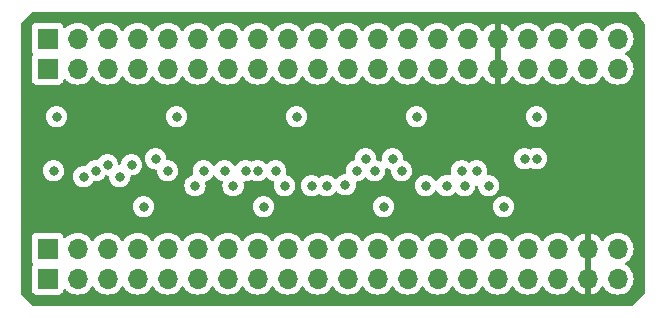
<source format=gbr>
%TF.GenerationSoftware,KiCad,Pcbnew,7.0.2*%
%TF.CreationDate,2023-06-15T20:21:22+09:00*%
%TF.ProjectId,TangNano5V,54616e67-4e61-46e6-9f35-562e6b696361,rev?*%
%TF.SameCoordinates,Original*%
%TF.FileFunction,Copper,L3,Inr*%
%TF.FilePolarity,Positive*%
%FSLAX46Y46*%
G04 Gerber Fmt 4.6, Leading zero omitted, Abs format (unit mm)*
G04 Created by KiCad (PCBNEW 7.0.2) date 2023-06-15 20:21:22*
%MOMM*%
%LPD*%
G01*
G04 APERTURE LIST*
%TA.AperFunction,ComponentPad*%
%ADD10R,1.700000X1.700000*%
%TD*%
%TA.AperFunction,ComponentPad*%
%ADD11O,1.700000X1.700000*%
%TD*%
%TA.AperFunction,ViaPad*%
%ADD12C,0.800000*%
%TD*%
G04 APERTURE END LIST*
D10*
%TO.N,+5V*%
%TO.C,J2*%
X2540000Y-2540000D03*
D11*
%TO.N,GND*%
X5080000Y-2540000D03*
%TO.N,PIN76*%
X7620000Y-2540000D03*
%TO.N,PIN80*%
X10160000Y-2540000D03*
%TO.N,PIN42*%
X12700000Y-2540000D03*
%TO.N,PIN41*%
X15240000Y-2540000D03*
%TO.N,PIN56*%
X17780000Y-2540000D03*
%TO.N,PIN54*%
X20320000Y-2540000D03*
%TO.N,PIN51*%
X22860000Y-2540000D03*
%TO.N,PIN48*%
X25400000Y-2540000D03*
%TO.N,PIN55*%
X27940000Y-2540000D03*
%TO.N,PIN49*%
X30480000Y-2540000D03*
%TO.N,PIN86*%
X33020000Y-2540000D03*
%TO.N,PIN79*%
X35560000Y-2540000D03*
%TO.N,GND*%
X38100000Y-2540000D03*
%TO.N,+3.3V*%
X40640000Y-2540000D03*
%TO.N,PIN72*%
X43180000Y-2540000D03*
%TO.N,PIN71*%
X45720000Y-2540000D03*
%TO.N,PIN53*%
X48260000Y-2540000D03*
%TO.N,PIN52*%
X50800000Y-2540000D03*
%TD*%
D10*
%TO.N,PIN73*%
%TO.C,J1*%
X2540000Y-22860000D03*
D11*
%TO.N,PIN74*%
X5080000Y-22860000D03*
%TO.N,PIN75*%
X7620000Y-22860000D03*
%TO.N,PIN85*%
X10160000Y-22860000D03*
%TO.N,PIN77*%
X12700000Y-22860000D03*
%TO.N,PIN15*%
X15240000Y-22860000D03*
%TO.N,PIN16*%
X17780000Y-22860000D03*
%TO.N,PIN27*%
X20320000Y-22860000D03*
%TO.N,PIN28*%
X22860000Y-22860000D03*
%TO.N,PIN25*%
X25400000Y-22860000D03*
%TO.N,PIN26*%
X27940000Y-22860000D03*
%TO.N,PIN29*%
X30480000Y-22860000D03*
%TO.N,PIN30*%
X33020000Y-22860000D03*
%TO.N,PIN31*%
X35560000Y-22860000D03*
%TO.N,PIN17*%
X38100000Y-22860000D03*
%TO.N,PIN20*%
X40640000Y-22860000D03*
%TO.N,PIN19*%
X43180000Y-22860000D03*
%TO.N,PIN18*%
X45720000Y-22860000D03*
%TO.N,+3.3V*%
X48260000Y-22860000D03*
%TO.N,GND*%
X50800000Y-22860000D03*
%TD*%
D10*
%TO.N,+5V*%
%TO.C,J4*%
X2540000Y-5080000D03*
D11*
%TO.N,GND*%
X5080000Y-5080000D03*
%TO.N,PIN76_H*%
X7620000Y-5080000D03*
%TO.N,PIN80_H*%
X10160000Y-5080000D03*
%TO.N,PIN42_H*%
X12700000Y-5080000D03*
%TO.N,PIN41_H*%
X15240000Y-5080000D03*
%TO.N,PIN56_H*%
X17780000Y-5080000D03*
%TO.N,PIN54_H*%
X20320000Y-5080000D03*
%TO.N,PIN51_H*%
X22860000Y-5080000D03*
%TO.N,PIN48_H*%
X25400000Y-5080000D03*
%TO.N,PIN55_H*%
X27940000Y-5080000D03*
%TO.N,PIN49_H*%
X30480000Y-5080000D03*
%TO.N,PIN86_H*%
X33020000Y-5080000D03*
%TO.N,PIN79_H*%
X35560000Y-5080000D03*
%TO.N,GND*%
X38100000Y-5080000D03*
%TO.N,+3.3V*%
X40640000Y-5080000D03*
%TO.N,PIN72_H*%
X43180000Y-5080000D03*
%TO.N,PIN71_H*%
X45720000Y-5080000D03*
%TO.N,PIN53_H*%
X48260000Y-5080000D03*
%TO.N,PIN52_H*%
X50800000Y-5080000D03*
%TD*%
D10*
%TO.N,PIN73_H*%
%TO.C,J3*%
X2540000Y-20320000D03*
D11*
%TO.N,PIN74_H*%
X5080000Y-20320000D03*
%TO.N,PIN75_H*%
X7620000Y-20320000D03*
%TO.N,PIN85_H*%
X10160000Y-20320000D03*
%TO.N,PIN77_H*%
X12700000Y-20320000D03*
%TO.N,PIN15_H*%
X15240000Y-20320000D03*
%TO.N,PIN16_H*%
X17780000Y-20320000D03*
%TO.N,PIN27_H*%
X20320000Y-20320000D03*
%TO.N,PIN28_H*%
X22860000Y-20320000D03*
%TO.N,PIN25_H*%
X25400000Y-20320000D03*
%TO.N,PIN26_H*%
X27940000Y-20320000D03*
%TO.N,PIN29_H*%
X30480000Y-20320000D03*
%TO.N,PIN30_H*%
X33020000Y-20320000D03*
%TO.N,PIN31_H*%
X35560000Y-20320000D03*
%TO.N,PIN17_H*%
X38100000Y-20320000D03*
%TO.N,PIN20_H*%
X40640000Y-20320000D03*
%TO.N,PIN19_H*%
X43180000Y-20320000D03*
%TO.N,PIN18_H*%
X45720000Y-20320000D03*
%TO.N,+3.3V*%
X48260000Y-20320000D03*
%TO.N,GND*%
X50800000Y-20320000D03*
%TD*%
D12*
%TO.N,PIN52_H*%
X43946299Y-12695701D03*
%TO.N,PIN53_H*%
X42926000Y-12700000D03*
%TO.N,PIN71_H*%
X39878000Y-14986000D03*
%TO.N,PIN72_H*%
X38862000Y-13716000D03*
%TO.N,PIN18*%
X37600598Y-13716000D03*
%TO.N,PIN79_H*%
X37846000Y-14986000D03*
%TO.N,PIN19*%
X36322000Y-14986000D03*
%TO.N,PIN20*%
X34544000Y-14986000D03*
%TO.N,PIN17*%
X32512000Y-13716000D03*
%TO.N,PIN31*%
X31750000Y-12700000D03*
%TO.N,PIN86_H*%
X30226000Y-13716000D03*
%TO.N,PIN49_H*%
X29464000Y-12700000D03*
%TO.N,PIN55_H*%
X28702000Y-13716000D03*
%TO.N,PIN48_H*%
X27759149Y-14912850D03*
%TO.N,PIN30*%
X26162000Y-14986000D03*
%TO.N,PIN29*%
X24892000Y-14986000D03*
%TO.N,PIN26*%
X22606000Y-14986000D03*
%TO.N,PIN25*%
X21844000Y-13716000D03*
%TO.N,PIN51_H*%
X20320000Y-13716000D03*
%TO.N,PIN54_H*%
X19304000Y-13716000D03*
%TO.N,PIN56_H*%
X18250500Y-14986000D03*
%TO.N,PIN41_H*%
X15023500Y-14986000D03*
%TO.N,PIN28*%
X17526000Y-13716000D03*
%TO.N,PIN27*%
X15748000Y-13716000D03*
%TO.N,PIN16*%
X12700000Y-13716000D03*
%TO.N,PIN15*%
X11684000Y-12700000D03*
%TO.N,PIN80_H*%
X9652000Y-13208000D03*
%TO.N,PIN75*%
X5588000Y-14224000D03*
%TO.N,PIN85*%
X6604000Y-13716000D03*
%TO.N,PIN77*%
X7620000Y-13208000D03*
%TO.N,PIN76_H*%
X8631701Y-14219701D03*
%TO.N,PIN74*%
X3048000Y-13716000D03*
%TO.N,GND*%
X10668000Y-16764000D03*
X41148000Y-16764000D03*
X30988000Y-16764000D03*
X20828000Y-16764000D03*
%TO.N,+3.3V*%
X43942000Y-11176000D03*
%TO.N,GND*%
X43942000Y-9144000D03*
X33782000Y-9144000D03*
X23622000Y-9144000D03*
X13462000Y-9144000D03*
X3302000Y-9144000D03*
%TO.N,+3.3V*%
X3302000Y-11176000D03*
X13462000Y-11176000D03*
X23622000Y-11176000D03*
X33782000Y-11176000D03*
%TD*%
%TA.AperFunction,Conductor*%
%TO.N,+3.3V*%
G36*
X48510000Y-22424498D02*
G01*
X48402315Y-22375320D01*
X48295763Y-22360000D01*
X48224237Y-22360000D01*
X48117685Y-22375320D01*
X48010000Y-22424498D01*
X48010000Y-20755501D01*
X48117685Y-20804680D01*
X48224237Y-20820000D01*
X48295763Y-20820000D01*
X48402315Y-20804680D01*
X48510000Y-20755501D01*
X48510000Y-22424498D01*
G37*
%TD.AperFunction*%
%TA.AperFunction,Conductor*%
G36*
X40890000Y-4644498D02*
G01*
X40782315Y-4595320D01*
X40675763Y-4580000D01*
X40604237Y-4580000D01*
X40497685Y-4595320D01*
X40389999Y-4644498D01*
X40389999Y-2975501D01*
X40497685Y-3024680D01*
X40604237Y-3040000D01*
X40675763Y-3040000D01*
X40782315Y-3024680D01*
X40890000Y-2975501D01*
X40890000Y-4644498D01*
G37*
%TD.AperFunction*%
%TA.AperFunction,Conductor*%
G36*
X52329039Y-273685D02*
G01*
X52361200Y-303600D01*
X53025890Y-1189854D01*
X53061200Y-1236933D01*
X53085676Y-1302375D01*
X53086000Y-1311333D01*
X53086000Y-24078638D01*
X53066315Y-24145677D01*
X53049681Y-24166319D01*
X52106319Y-25109681D01*
X52044996Y-25143166D01*
X52018638Y-25146000D01*
X1321362Y-25146000D01*
X1254323Y-25126315D01*
X1233681Y-25109681D01*
X290319Y-24166319D01*
X256834Y-24104996D01*
X254000Y-24078638D01*
X254000Y-23754578D01*
X1189500Y-23754578D01*
X1189501Y-23757872D01*
X1189853Y-23761152D01*
X1189854Y-23761159D01*
X1195909Y-23817484D01*
X1221056Y-23884907D01*
X1246204Y-23952331D01*
X1332454Y-24067546D01*
X1447669Y-24153796D01*
X1582517Y-24204091D01*
X1642127Y-24210500D01*
X3437872Y-24210499D01*
X3497483Y-24204091D01*
X3632331Y-24153796D01*
X3747546Y-24067546D01*
X3833796Y-23952331D01*
X3882810Y-23820916D01*
X3924681Y-23764983D01*
X3990146Y-23740566D01*
X4058419Y-23755418D01*
X4086673Y-23776569D01*
X4208599Y-23898495D01*
X4402170Y-24034035D01*
X4616337Y-24133903D01*
X4844592Y-24195063D01*
X5080000Y-24215659D01*
X5315408Y-24195063D01*
X5543663Y-24133903D01*
X5757830Y-24034035D01*
X5951401Y-23898495D01*
X6118495Y-23731401D01*
X6248427Y-23545838D01*
X6303001Y-23502216D01*
X6372499Y-23495022D01*
X6434854Y-23526545D01*
X6451572Y-23545838D01*
X6581505Y-23731401D01*
X6748599Y-23898495D01*
X6942170Y-24034035D01*
X7156337Y-24133903D01*
X7368059Y-24190633D01*
X7384592Y-24195063D01*
X7619999Y-24215659D01*
X7619999Y-24215658D01*
X7620000Y-24215659D01*
X7855408Y-24195063D01*
X8083663Y-24133903D01*
X8297830Y-24034035D01*
X8491401Y-23898495D01*
X8658495Y-23731401D01*
X8788426Y-23545839D01*
X8843002Y-23502216D01*
X8912500Y-23495022D01*
X8974855Y-23526545D01*
X8991571Y-23545837D01*
X9121505Y-23731401D01*
X9288599Y-23898495D01*
X9482170Y-24034035D01*
X9696337Y-24133903D01*
X9924592Y-24195063D01*
X10160000Y-24215659D01*
X10395408Y-24195063D01*
X10623663Y-24133903D01*
X10837830Y-24034035D01*
X11031401Y-23898495D01*
X11198495Y-23731401D01*
X11328426Y-23545839D01*
X11383002Y-23502216D01*
X11452500Y-23495022D01*
X11514855Y-23526545D01*
X11531571Y-23545837D01*
X11661505Y-23731401D01*
X11828599Y-23898495D01*
X12022170Y-24034035D01*
X12236337Y-24133903D01*
X12464592Y-24195063D01*
X12700000Y-24215659D01*
X12935408Y-24195063D01*
X13163663Y-24133903D01*
X13377830Y-24034035D01*
X13571401Y-23898495D01*
X13738495Y-23731401D01*
X13868426Y-23545839D01*
X13923002Y-23502216D01*
X13992500Y-23495022D01*
X14054855Y-23526545D01*
X14071571Y-23545837D01*
X14201505Y-23731401D01*
X14368599Y-23898495D01*
X14562170Y-24034035D01*
X14776337Y-24133903D01*
X14988059Y-24190633D01*
X15004592Y-24195063D01*
X15239999Y-24215659D01*
X15239999Y-24215658D01*
X15240000Y-24215659D01*
X15475408Y-24195063D01*
X15703663Y-24133903D01*
X15917830Y-24034035D01*
X16111401Y-23898495D01*
X16278495Y-23731401D01*
X16408426Y-23545839D01*
X16463002Y-23502216D01*
X16532500Y-23495022D01*
X16594855Y-23526545D01*
X16611571Y-23545837D01*
X16741505Y-23731401D01*
X16908599Y-23898495D01*
X17102170Y-24034035D01*
X17316337Y-24133903D01*
X17528059Y-24190633D01*
X17544592Y-24195063D01*
X17779999Y-24215659D01*
X17779999Y-24215658D01*
X17780000Y-24215659D01*
X18015408Y-24195063D01*
X18243663Y-24133903D01*
X18457830Y-24034035D01*
X18651401Y-23898495D01*
X18818495Y-23731401D01*
X18948426Y-23545839D01*
X19003002Y-23502216D01*
X19072500Y-23495022D01*
X19134855Y-23526545D01*
X19151571Y-23545837D01*
X19281505Y-23731401D01*
X19448599Y-23898495D01*
X19642170Y-24034035D01*
X19856337Y-24133903D01*
X20084592Y-24195063D01*
X20320000Y-24215659D01*
X20555408Y-24195063D01*
X20783663Y-24133903D01*
X20997830Y-24034035D01*
X21191401Y-23898495D01*
X21358495Y-23731401D01*
X21488426Y-23545839D01*
X21543002Y-23502216D01*
X21612500Y-23495022D01*
X21674855Y-23526545D01*
X21691571Y-23545837D01*
X21821505Y-23731401D01*
X21988599Y-23898495D01*
X22182170Y-24034035D01*
X22396337Y-24133903D01*
X22624592Y-24195063D01*
X22860000Y-24215659D01*
X23095408Y-24195063D01*
X23323663Y-24133903D01*
X23537830Y-24034035D01*
X23731401Y-23898495D01*
X23898495Y-23731401D01*
X24028426Y-23545839D01*
X24083002Y-23502216D01*
X24152500Y-23495022D01*
X24214855Y-23526545D01*
X24231571Y-23545837D01*
X24361505Y-23731401D01*
X24528599Y-23898495D01*
X24722170Y-24034035D01*
X24936337Y-24133903D01*
X25164592Y-24195063D01*
X25400000Y-24215659D01*
X25635408Y-24195063D01*
X25863663Y-24133903D01*
X26077830Y-24034035D01*
X26271401Y-23898495D01*
X26438495Y-23731401D01*
X26568426Y-23545839D01*
X26623002Y-23502217D01*
X26692501Y-23495024D01*
X26754855Y-23526546D01*
X26771571Y-23545837D01*
X26901505Y-23731401D01*
X27068599Y-23898495D01*
X27262170Y-24034035D01*
X27476337Y-24133903D01*
X27688059Y-24190633D01*
X27704592Y-24195063D01*
X27939999Y-24215659D01*
X27939999Y-24215658D01*
X27940000Y-24215659D01*
X28175408Y-24195063D01*
X28403663Y-24133903D01*
X28617830Y-24034035D01*
X28811401Y-23898495D01*
X28978495Y-23731401D01*
X29108426Y-23545839D01*
X29163002Y-23502217D01*
X29232501Y-23495024D01*
X29294855Y-23526546D01*
X29311571Y-23545837D01*
X29441505Y-23731401D01*
X29608599Y-23898495D01*
X29802170Y-24034035D01*
X30016337Y-24133903D01*
X30244592Y-24195063D01*
X30480000Y-24215659D01*
X30715408Y-24195063D01*
X30943663Y-24133903D01*
X31157830Y-24034035D01*
X31351401Y-23898495D01*
X31518495Y-23731401D01*
X31648426Y-23545839D01*
X31703002Y-23502217D01*
X31772501Y-23495024D01*
X31834855Y-23526546D01*
X31851571Y-23545837D01*
X31981505Y-23731401D01*
X32148599Y-23898495D01*
X32342170Y-24034035D01*
X32556337Y-24133903D01*
X32784592Y-24195063D01*
X33020000Y-24215659D01*
X33255408Y-24195063D01*
X33483663Y-24133903D01*
X33697830Y-24034035D01*
X33891401Y-23898495D01*
X34058495Y-23731401D01*
X34188426Y-23545839D01*
X34243002Y-23502216D01*
X34312500Y-23495022D01*
X34374855Y-23526545D01*
X34391571Y-23545837D01*
X34521505Y-23731401D01*
X34688599Y-23898495D01*
X34882170Y-24034035D01*
X35096337Y-24133903D01*
X35308059Y-24190633D01*
X35324592Y-24195063D01*
X35559999Y-24215659D01*
X35559999Y-24215658D01*
X35560000Y-24215659D01*
X35795408Y-24195063D01*
X36023663Y-24133903D01*
X36237830Y-24034035D01*
X36431401Y-23898495D01*
X36598495Y-23731401D01*
X36728426Y-23545839D01*
X36783002Y-23502216D01*
X36852500Y-23495022D01*
X36914855Y-23526545D01*
X36931571Y-23545837D01*
X37061505Y-23731401D01*
X37228599Y-23898495D01*
X37422170Y-24034035D01*
X37636337Y-24133903D01*
X37848059Y-24190633D01*
X37864592Y-24195063D01*
X38099999Y-24215659D01*
X38099999Y-24215658D01*
X38100000Y-24215659D01*
X38335408Y-24195063D01*
X38563663Y-24133903D01*
X38777830Y-24034035D01*
X38971401Y-23898495D01*
X39138495Y-23731401D01*
X39268426Y-23545839D01*
X39323002Y-23502216D01*
X39392500Y-23495022D01*
X39454855Y-23526545D01*
X39471571Y-23545837D01*
X39601505Y-23731401D01*
X39768599Y-23898495D01*
X39962170Y-24034035D01*
X40176337Y-24133903D01*
X40404592Y-24195063D01*
X40640000Y-24215659D01*
X40875408Y-24195063D01*
X41103663Y-24133903D01*
X41317830Y-24034035D01*
X41511401Y-23898495D01*
X41678495Y-23731401D01*
X41808426Y-23545839D01*
X41863002Y-23502216D01*
X41932500Y-23495022D01*
X41994855Y-23526545D01*
X42011571Y-23545837D01*
X42141505Y-23731401D01*
X42308599Y-23898495D01*
X42502170Y-24034035D01*
X42716337Y-24133903D01*
X42944592Y-24195063D01*
X43180000Y-24215659D01*
X43415408Y-24195063D01*
X43643663Y-24133903D01*
X43857830Y-24034035D01*
X44051401Y-23898495D01*
X44218495Y-23731401D01*
X44348426Y-23545839D01*
X44403002Y-23502216D01*
X44472500Y-23495022D01*
X44534855Y-23526545D01*
X44551571Y-23545837D01*
X44681505Y-23731401D01*
X44848599Y-23898495D01*
X45042170Y-24034035D01*
X45256337Y-24133903D01*
X45484592Y-24195063D01*
X45720000Y-24215659D01*
X45955408Y-24195063D01*
X46183663Y-24133903D01*
X46397830Y-24034035D01*
X46591401Y-23898495D01*
X46758495Y-23731401D01*
X46888732Y-23545403D01*
X46943307Y-23501780D01*
X47012805Y-23494586D01*
X47075160Y-23526109D01*
X47091880Y-23545404D01*
X47221893Y-23731081D01*
X47388918Y-23898106D01*
X47582423Y-24033600D01*
X47796509Y-24133430D01*
X48010000Y-24190634D01*
X48010000Y-23295501D01*
X48117685Y-23344680D01*
X48224237Y-23360000D01*
X48295763Y-23360000D01*
X48402315Y-23344680D01*
X48510000Y-23295501D01*
X48510000Y-24190633D01*
X48723490Y-24133430D01*
X48937576Y-24033600D01*
X49131081Y-23898106D01*
X49298109Y-23731078D01*
X49428119Y-23545405D01*
X49482696Y-23501780D01*
X49552194Y-23494586D01*
X49614549Y-23526109D01*
X49631265Y-23545400D01*
X49761505Y-23731401D01*
X49928599Y-23898495D01*
X50122170Y-24034035D01*
X50336337Y-24133903D01*
X50564592Y-24195063D01*
X50800000Y-24215659D01*
X51035408Y-24195063D01*
X51263663Y-24133903D01*
X51477830Y-24034035D01*
X51671401Y-23898495D01*
X51838495Y-23731401D01*
X51974035Y-23537830D01*
X52073903Y-23323663D01*
X52135063Y-23095408D01*
X52155659Y-22860000D01*
X52135063Y-22624592D01*
X52073903Y-22396337D01*
X51974035Y-22182171D01*
X51838495Y-21988599D01*
X51671401Y-21821505D01*
X51485839Y-21691573D01*
X51442216Y-21636998D01*
X51435022Y-21567500D01*
X51466545Y-21505145D01*
X51485837Y-21488428D01*
X51671401Y-21358495D01*
X51838495Y-21191401D01*
X51974035Y-20997830D01*
X52073903Y-20783663D01*
X52135063Y-20555408D01*
X52155659Y-20320000D01*
X52135063Y-20084592D01*
X52073903Y-19856337D01*
X51974035Y-19642171D01*
X51838495Y-19448599D01*
X51671401Y-19281505D01*
X51477830Y-19145965D01*
X51263663Y-19046097D01*
X51202502Y-19029709D01*
X51035407Y-18984936D01*
X50800000Y-18964340D01*
X50564592Y-18984936D01*
X50336336Y-19046097D01*
X50122170Y-19145965D01*
X49928598Y-19281505D01*
X49761508Y-19448595D01*
X49631269Y-19634596D01*
X49576692Y-19678220D01*
X49507193Y-19685413D01*
X49444839Y-19653891D01*
X49428119Y-19634595D01*
X49298109Y-19448921D01*
X49131081Y-19281893D01*
X48937576Y-19146399D01*
X48723492Y-19046569D01*
X48510000Y-18989364D01*
X48510000Y-19884498D01*
X48402315Y-19835320D01*
X48295763Y-19820000D01*
X48224237Y-19820000D01*
X48117685Y-19835320D01*
X48010000Y-19884498D01*
X48010000Y-18989364D01*
X48009999Y-18989364D01*
X47796507Y-19046569D01*
X47582421Y-19146400D01*
X47388921Y-19281890D01*
X47221893Y-19448918D01*
X47091880Y-19634596D01*
X47037303Y-19678220D01*
X46967804Y-19685413D01*
X46905450Y-19653891D01*
X46888730Y-19634595D01*
X46758495Y-19448599D01*
X46591401Y-19281505D01*
X46397830Y-19145965D01*
X46183663Y-19046097D01*
X46122502Y-19029709D01*
X45955407Y-18984936D01*
X45719999Y-18964340D01*
X45484592Y-18984936D01*
X45256336Y-19046097D01*
X45042170Y-19145965D01*
X44848598Y-19281505D01*
X44681508Y-19448595D01*
X44551574Y-19634160D01*
X44496997Y-19677785D01*
X44427498Y-19684977D01*
X44365144Y-19653455D01*
X44348429Y-19634164D01*
X44218495Y-19448599D01*
X44051401Y-19281505D01*
X43857830Y-19145965D01*
X43643663Y-19046097D01*
X43582502Y-19029709D01*
X43415407Y-18984936D01*
X43180000Y-18964340D01*
X42944592Y-18984936D01*
X42716336Y-19046097D01*
X42502170Y-19145965D01*
X42308598Y-19281505D01*
X42141505Y-19448598D01*
X42011575Y-19634159D01*
X41956998Y-19677784D01*
X41887500Y-19684978D01*
X41825145Y-19653455D01*
X41808425Y-19634159D01*
X41678494Y-19448598D01*
X41511404Y-19281508D01*
X41511403Y-19281507D01*
X41511401Y-19281505D01*
X41317830Y-19145965D01*
X41103663Y-19046097D01*
X41042502Y-19029709D01*
X40875407Y-18984936D01*
X40640000Y-18964340D01*
X40404592Y-18984936D01*
X40176336Y-19046097D01*
X39962170Y-19145965D01*
X39768598Y-19281505D01*
X39601505Y-19448598D01*
X39471575Y-19634159D01*
X39416998Y-19677784D01*
X39347500Y-19684978D01*
X39285145Y-19653455D01*
X39268425Y-19634159D01*
X39138494Y-19448598D01*
X38971404Y-19281508D01*
X38971401Y-19281505D01*
X38777830Y-19145965D01*
X38563663Y-19046097D01*
X38502502Y-19029709D01*
X38335407Y-18984936D01*
X38100000Y-18964340D01*
X37864592Y-18984936D01*
X37636336Y-19046097D01*
X37422170Y-19145965D01*
X37228598Y-19281505D01*
X37061505Y-19448598D01*
X36931575Y-19634159D01*
X36876998Y-19677784D01*
X36807500Y-19684978D01*
X36745145Y-19653455D01*
X36728425Y-19634159D01*
X36598494Y-19448598D01*
X36431404Y-19281508D01*
X36431401Y-19281505D01*
X36237830Y-19145965D01*
X36023663Y-19046097D01*
X35962502Y-19029709D01*
X35795407Y-18984936D01*
X35560000Y-18964340D01*
X35324592Y-18984936D01*
X35096336Y-19046097D01*
X34882170Y-19145965D01*
X34688598Y-19281505D01*
X34521505Y-19448598D01*
X34391575Y-19634159D01*
X34336998Y-19677784D01*
X34267500Y-19684978D01*
X34205145Y-19653455D01*
X34188425Y-19634159D01*
X34058494Y-19448598D01*
X33891404Y-19281508D01*
X33891401Y-19281505D01*
X33697830Y-19145965D01*
X33483663Y-19046097D01*
X33422502Y-19029709D01*
X33255407Y-18984936D01*
X33019999Y-18964340D01*
X32784592Y-18984936D01*
X32556336Y-19046097D01*
X32342170Y-19145965D01*
X32148598Y-19281505D01*
X31981505Y-19448598D01*
X31851575Y-19634159D01*
X31796998Y-19677784D01*
X31727500Y-19684978D01*
X31665145Y-19653455D01*
X31648425Y-19634159D01*
X31518494Y-19448598D01*
X31351404Y-19281508D01*
X31351401Y-19281505D01*
X31157830Y-19145965D01*
X30943663Y-19046097D01*
X30882502Y-19029709D01*
X30715407Y-18984936D01*
X30480000Y-18964340D01*
X30244592Y-18984936D01*
X30016336Y-19046097D01*
X29802170Y-19145965D01*
X29608598Y-19281505D01*
X29441505Y-19448598D01*
X29311575Y-19634159D01*
X29256998Y-19677784D01*
X29187500Y-19684978D01*
X29125145Y-19653455D01*
X29108425Y-19634159D01*
X28978494Y-19448598D01*
X28811404Y-19281508D01*
X28811401Y-19281505D01*
X28617830Y-19145965D01*
X28403663Y-19046097D01*
X28342501Y-19029709D01*
X28175407Y-18984936D01*
X27939999Y-18964340D01*
X27704592Y-18984936D01*
X27476336Y-19046097D01*
X27262170Y-19145965D01*
X27068598Y-19281505D01*
X26901505Y-19448598D01*
X26771575Y-19634159D01*
X26716998Y-19677784D01*
X26647500Y-19684978D01*
X26585145Y-19653455D01*
X26568425Y-19634159D01*
X26438494Y-19448598D01*
X26271404Y-19281508D01*
X26271401Y-19281505D01*
X26077830Y-19145965D01*
X25863663Y-19046097D01*
X25802501Y-19029709D01*
X25635407Y-18984936D01*
X25399999Y-18964340D01*
X25164592Y-18984936D01*
X24936336Y-19046097D01*
X24722170Y-19145965D01*
X24528598Y-19281505D01*
X24361508Y-19448595D01*
X24231574Y-19634160D01*
X24176997Y-19677785D01*
X24107498Y-19684977D01*
X24045144Y-19653455D01*
X24028429Y-19634164D01*
X23898495Y-19448599D01*
X23731401Y-19281505D01*
X23537830Y-19145965D01*
X23323663Y-19046097D01*
X23262501Y-19029709D01*
X23095407Y-18984936D01*
X22860000Y-18964340D01*
X22624592Y-18984936D01*
X22396336Y-19046097D01*
X22182170Y-19145965D01*
X21988598Y-19281505D01*
X21821505Y-19448598D01*
X21691575Y-19634159D01*
X21636998Y-19677784D01*
X21567500Y-19684978D01*
X21505145Y-19653455D01*
X21488425Y-19634159D01*
X21358494Y-19448598D01*
X21191404Y-19281508D01*
X21191401Y-19281505D01*
X20997830Y-19145965D01*
X20783663Y-19046097D01*
X20722502Y-19029709D01*
X20555407Y-18984936D01*
X20320000Y-18964340D01*
X20084592Y-18984936D01*
X19856336Y-19046097D01*
X19642170Y-19145965D01*
X19448598Y-19281505D01*
X19281505Y-19448598D01*
X19151575Y-19634159D01*
X19096998Y-19677784D01*
X19027500Y-19684978D01*
X18965145Y-19653455D01*
X18948425Y-19634159D01*
X18818494Y-19448598D01*
X18651404Y-19281508D01*
X18651401Y-19281505D01*
X18457830Y-19145965D01*
X18243663Y-19046097D01*
X18182501Y-19029709D01*
X18015407Y-18984936D01*
X17780000Y-18964340D01*
X17544592Y-18984936D01*
X17316336Y-19046097D01*
X17102170Y-19145965D01*
X16908598Y-19281505D01*
X16741505Y-19448598D01*
X16611575Y-19634159D01*
X16556998Y-19677784D01*
X16487500Y-19684978D01*
X16425145Y-19653455D01*
X16408425Y-19634159D01*
X16278494Y-19448598D01*
X16111404Y-19281508D01*
X16111401Y-19281505D01*
X15917830Y-19145965D01*
X15703663Y-19046097D01*
X15642501Y-19029709D01*
X15475407Y-18984936D01*
X15240000Y-18964340D01*
X15004592Y-18984936D01*
X14776336Y-19046097D01*
X14562170Y-19145965D01*
X14368598Y-19281505D01*
X14201505Y-19448598D01*
X14071575Y-19634159D01*
X14016998Y-19677784D01*
X13947500Y-19684978D01*
X13885145Y-19653455D01*
X13868425Y-19634159D01*
X13738494Y-19448598D01*
X13571404Y-19281508D01*
X13571404Y-19281507D01*
X13571401Y-19281505D01*
X13377830Y-19145965D01*
X13163663Y-19046097D01*
X13102501Y-19029709D01*
X12935407Y-18984936D01*
X12700000Y-18964340D01*
X12464592Y-18984936D01*
X12236336Y-19046097D01*
X12022170Y-19145965D01*
X11828598Y-19281505D01*
X11661505Y-19448598D01*
X11531575Y-19634159D01*
X11476998Y-19677784D01*
X11407500Y-19684978D01*
X11345145Y-19653455D01*
X11328425Y-19634159D01*
X11198494Y-19448598D01*
X11031404Y-19281508D01*
X11031404Y-19281507D01*
X11031401Y-19281505D01*
X10837830Y-19145965D01*
X10623663Y-19046097D01*
X10562502Y-19029709D01*
X10395407Y-18984936D01*
X10160000Y-18964340D01*
X9924592Y-18984936D01*
X9696336Y-19046097D01*
X9482170Y-19145965D01*
X9288598Y-19281505D01*
X9121505Y-19448598D01*
X8991575Y-19634159D01*
X8936998Y-19677784D01*
X8867500Y-19684978D01*
X8805145Y-19653455D01*
X8788425Y-19634159D01*
X8658494Y-19448598D01*
X8491404Y-19281508D01*
X8491404Y-19281507D01*
X8491401Y-19281505D01*
X8297830Y-19145965D01*
X8083663Y-19046097D01*
X8022501Y-19029709D01*
X7855407Y-18984936D01*
X7619999Y-18964340D01*
X7384592Y-18984936D01*
X7156336Y-19046097D01*
X6942170Y-19145965D01*
X6748598Y-19281505D01*
X6581505Y-19448598D01*
X6451575Y-19634159D01*
X6396998Y-19677784D01*
X6327500Y-19684978D01*
X6265145Y-19653455D01*
X6248425Y-19634159D01*
X6118494Y-19448598D01*
X5951404Y-19281508D01*
X5951403Y-19281507D01*
X5951401Y-19281505D01*
X5757830Y-19145965D01*
X5543663Y-19046097D01*
X5482501Y-19029709D01*
X5315407Y-18984936D01*
X5079999Y-18964340D01*
X4844592Y-18984936D01*
X4616336Y-19046097D01*
X4402170Y-19145965D01*
X4208601Y-19281503D01*
X4086673Y-19403431D01*
X4025350Y-19436915D01*
X3955658Y-19431931D01*
X3899725Y-19390059D01*
X3882810Y-19359082D01*
X3854019Y-19281890D01*
X3833796Y-19227669D01*
X3747546Y-19112454D01*
X3632331Y-19026204D01*
X3497483Y-18975909D01*
X3437873Y-18969500D01*
X3434550Y-18969500D01*
X1645439Y-18969500D01*
X1645420Y-18969500D01*
X1642128Y-18969501D01*
X1638848Y-18969853D01*
X1638840Y-18969854D01*
X1582515Y-18975909D01*
X1447669Y-19026204D01*
X1332454Y-19112454D01*
X1246204Y-19227668D01*
X1225980Y-19281893D01*
X1195909Y-19362517D01*
X1189500Y-19422127D01*
X1189500Y-19425448D01*
X1189500Y-19425449D01*
X1189500Y-21214560D01*
X1189500Y-21214578D01*
X1189501Y-21217872D01*
X1189853Y-21221152D01*
X1189854Y-21221159D01*
X1195909Y-21277484D01*
X1246204Y-21412332D01*
X1323577Y-21515690D01*
X1347994Y-21581154D01*
X1333142Y-21649427D01*
X1323577Y-21664310D01*
X1246205Y-21767666D01*
X1246203Y-21767669D01*
X1246204Y-21767669D01*
X1195909Y-21902517D01*
X1189500Y-21962127D01*
X1189500Y-21965448D01*
X1189500Y-21965449D01*
X1189500Y-23754560D01*
X1189500Y-23754578D01*
X254000Y-23754578D01*
X254000Y-16764000D01*
X9762540Y-16764000D01*
X9782326Y-16952257D01*
X9840820Y-17132284D01*
X9935466Y-17296216D01*
X10062129Y-17436889D01*
X10215269Y-17548151D01*
X10388197Y-17625144D01*
X10573352Y-17664500D01*
X10573354Y-17664500D01*
X10762648Y-17664500D01*
X10886083Y-17638262D01*
X10947803Y-17625144D01*
X11120730Y-17548151D01*
X11273871Y-17436888D01*
X11400533Y-17296216D01*
X11495179Y-17132284D01*
X11553674Y-16952256D01*
X11573460Y-16764000D01*
X11573460Y-16763999D01*
X19922540Y-16763999D01*
X19942326Y-16952257D01*
X20000820Y-17132284D01*
X20095466Y-17296216D01*
X20222129Y-17436889D01*
X20375269Y-17548151D01*
X20548197Y-17625144D01*
X20733352Y-17664500D01*
X20733354Y-17664500D01*
X20922648Y-17664500D01*
X21046083Y-17638262D01*
X21107803Y-17625144D01*
X21280730Y-17548151D01*
X21433871Y-17436888D01*
X21560533Y-17296216D01*
X21655179Y-17132284D01*
X21713674Y-16952256D01*
X21733460Y-16764000D01*
X30082540Y-16764000D01*
X30102326Y-16952257D01*
X30160820Y-17132284D01*
X30255466Y-17296216D01*
X30382129Y-17436889D01*
X30535269Y-17548151D01*
X30708197Y-17625144D01*
X30893352Y-17664500D01*
X30893354Y-17664500D01*
X31082648Y-17664500D01*
X31206083Y-17638262D01*
X31267803Y-17625144D01*
X31440730Y-17548151D01*
X31593871Y-17436888D01*
X31720533Y-17296216D01*
X31815179Y-17132284D01*
X31873674Y-16952256D01*
X31893460Y-16764000D01*
X40242540Y-16764000D01*
X40262326Y-16952257D01*
X40320820Y-17132284D01*
X40415466Y-17296216D01*
X40542129Y-17436889D01*
X40695269Y-17548151D01*
X40868197Y-17625144D01*
X41053352Y-17664500D01*
X41053354Y-17664500D01*
X41242648Y-17664500D01*
X41366083Y-17638262D01*
X41427803Y-17625144D01*
X41600730Y-17548151D01*
X41753871Y-17436888D01*
X41880533Y-17296216D01*
X41975179Y-17132284D01*
X42033674Y-16952256D01*
X42053460Y-16764000D01*
X42033674Y-16575744D01*
X41975179Y-16395716D01*
X41975179Y-16395715D01*
X41880533Y-16231783D01*
X41753870Y-16091110D01*
X41600730Y-15979848D01*
X41427802Y-15902855D01*
X41242648Y-15863500D01*
X41242646Y-15863500D01*
X41053354Y-15863500D01*
X41053352Y-15863500D01*
X40868197Y-15902855D01*
X40695269Y-15979848D01*
X40542129Y-16091110D01*
X40415466Y-16231783D01*
X40320820Y-16395715D01*
X40262326Y-16575742D01*
X40242540Y-16764000D01*
X31893460Y-16764000D01*
X31873674Y-16575744D01*
X31815179Y-16395716D01*
X31815179Y-16395715D01*
X31720533Y-16231783D01*
X31593870Y-16091110D01*
X31440730Y-15979848D01*
X31267802Y-15902855D01*
X31082648Y-15863500D01*
X31082646Y-15863500D01*
X30893354Y-15863500D01*
X30893352Y-15863500D01*
X30708197Y-15902855D01*
X30535269Y-15979848D01*
X30382129Y-16091110D01*
X30255466Y-16231783D01*
X30160820Y-16395715D01*
X30102326Y-16575742D01*
X30082540Y-16764000D01*
X21733460Y-16764000D01*
X21713674Y-16575744D01*
X21655179Y-16395716D01*
X21655179Y-16395715D01*
X21560533Y-16231783D01*
X21433870Y-16091110D01*
X21280730Y-15979848D01*
X21107802Y-15902855D01*
X20922648Y-15863500D01*
X20922646Y-15863500D01*
X20733354Y-15863500D01*
X20733352Y-15863500D01*
X20548197Y-15902855D01*
X20375269Y-15979848D01*
X20222129Y-16091110D01*
X20095466Y-16231783D01*
X20000820Y-16395715D01*
X19942326Y-16575742D01*
X19922540Y-16763999D01*
X11573460Y-16763999D01*
X11553674Y-16575744D01*
X11495179Y-16395716D01*
X11495179Y-16395715D01*
X11400533Y-16231783D01*
X11273870Y-16091110D01*
X11120730Y-15979848D01*
X10947802Y-15902855D01*
X10762648Y-15863500D01*
X10762646Y-15863500D01*
X10573354Y-15863500D01*
X10573352Y-15863500D01*
X10388197Y-15902855D01*
X10215269Y-15979848D01*
X10062129Y-16091110D01*
X9935466Y-16231783D01*
X9840820Y-16395715D01*
X9782326Y-16575742D01*
X9762540Y-16764000D01*
X254000Y-16764000D01*
X254000Y-13716000D01*
X2142540Y-13716000D01*
X2162326Y-13904257D01*
X2220820Y-14084284D01*
X2315466Y-14248216D01*
X2442129Y-14388889D01*
X2595269Y-14500151D01*
X2768197Y-14577144D01*
X2953352Y-14616500D01*
X2953354Y-14616500D01*
X3142648Y-14616500D01*
X3266084Y-14590262D01*
X3327803Y-14577144D01*
X3500730Y-14500151D01*
X3503693Y-14497998D01*
X3653870Y-14388889D01*
X3780533Y-14248216D01*
X3794514Y-14224000D01*
X4682540Y-14224000D01*
X4702326Y-14412257D01*
X4760820Y-14592284D01*
X4855466Y-14756216D01*
X4982129Y-14896889D01*
X5135269Y-15008151D01*
X5308197Y-15085144D01*
X5493352Y-15124500D01*
X5493354Y-15124500D01*
X5682648Y-15124500D01*
X5806120Y-15098255D01*
X5867803Y-15085144D01*
X6040730Y-15008151D01*
X6193871Y-14896888D01*
X6320533Y-14756216D01*
X6367974Y-14674043D01*
X6418540Y-14625829D01*
X6487146Y-14612605D01*
X6501138Y-14614753D01*
X6509354Y-14616500D01*
X6509355Y-14616500D01*
X6698648Y-14616500D01*
X6822084Y-14590262D01*
X6883803Y-14577144D01*
X7056730Y-14500151D01*
X7059693Y-14497998D01*
X7209870Y-14388889D01*
X7278100Y-14313112D01*
X7336533Y-14248216D01*
X7383974Y-14166043D01*
X7434540Y-14117829D01*
X7503146Y-14104605D01*
X7517138Y-14106753D01*
X7525354Y-14108500D01*
X7525355Y-14108500D01*
X7602903Y-14108500D01*
X7669942Y-14128185D01*
X7715697Y-14180989D01*
X7726224Y-14219538D01*
X7726241Y-14219700D01*
X7726241Y-14219701D01*
X7729238Y-14248216D01*
X7746027Y-14407958D01*
X7804521Y-14587985D01*
X7899167Y-14751917D01*
X8025830Y-14892590D01*
X8178970Y-15003852D01*
X8351898Y-15080845D01*
X8537053Y-15120201D01*
X8537055Y-15120201D01*
X8726349Y-15120201D01*
X8849784Y-15093963D01*
X8911504Y-15080845D01*
X9084431Y-15003852D01*
X9085602Y-15003001D01*
X9109003Y-14985999D01*
X14118040Y-14985999D01*
X14137826Y-15174257D01*
X14196320Y-15354284D01*
X14290966Y-15518216D01*
X14417629Y-15658889D01*
X14570769Y-15770151D01*
X14743697Y-15847144D01*
X14928852Y-15886500D01*
X14928854Y-15886500D01*
X15118148Y-15886500D01*
X15241583Y-15860262D01*
X15303303Y-15847144D01*
X15476230Y-15770151D01*
X15576913Y-15697001D01*
X15629370Y-15658889D01*
X15756033Y-15518216D01*
X15850679Y-15354284D01*
X15874447Y-15281134D01*
X15909174Y-15174256D01*
X15928960Y-14986000D01*
X15909174Y-14797744D01*
X15892346Y-14745955D01*
X15890350Y-14676118D01*
X15926430Y-14616284D01*
X15984495Y-14586349D01*
X16027803Y-14577144D01*
X16027804Y-14577143D01*
X16027806Y-14577143D01*
X16200730Y-14500151D01*
X16353870Y-14388889D01*
X16480533Y-14248216D01*
X16529613Y-14163207D01*
X16580179Y-14114992D01*
X16648786Y-14101768D01*
X16713651Y-14127736D01*
X16744387Y-14163207D01*
X16793466Y-14248216D01*
X16920129Y-14388889D01*
X17073269Y-14500151D01*
X17246197Y-14577144D01*
X17289501Y-14586349D01*
X17350983Y-14619541D01*
X17384760Y-14680704D01*
X17381653Y-14745955D01*
X17364826Y-14797743D01*
X17345040Y-14986000D01*
X17364826Y-15174257D01*
X17423320Y-15354284D01*
X17517966Y-15518216D01*
X17644629Y-15658889D01*
X17797769Y-15770151D01*
X17970697Y-15847144D01*
X18155852Y-15886500D01*
X18155854Y-15886500D01*
X18345148Y-15886500D01*
X18468583Y-15860262D01*
X18530303Y-15847144D01*
X18703230Y-15770151D01*
X18803913Y-15697001D01*
X18856370Y-15658889D01*
X18983033Y-15518216D01*
X19077679Y-15354284D01*
X19101447Y-15281134D01*
X19136174Y-15174256D01*
X19155960Y-14986000D01*
X19136174Y-14797744D01*
X19130023Y-14778816D01*
X19128029Y-14708978D01*
X19164109Y-14649145D01*
X19226810Y-14618316D01*
X19247955Y-14616500D01*
X19398648Y-14616500D01*
X19583800Y-14577145D01*
X19583801Y-14577144D01*
X19583803Y-14577144D01*
X19756730Y-14500151D01*
X19756735Y-14500146D01*
X19761562Y-14497998D01*
X19830812Y-14488712D01*
X19862435Y-14497998D01*
X19867268Y-14500150D01*
X19867270Y-14500151D01*
X19937896Y-14531596D01*
X20040197Y-14577144D01*
X20225352Y-14616500D01*
X20225354Y-14616500D01*
X20414648Y-14616500D01*
X20538083Y-14590262D01*
X20599803Y-14577144D01*
X20772730Y-14500151D01*
X20775693Y-14497998D01*
X20925870Y-14388889D01*
X20989850Y-14317832D01*
X21049336Y-14281183D01*
X21119193Y-14282513D01*
X21174150Y-14317832D01*
X21238129Y-14388889D01*
X21391269Y-14500151D01*
X21564197Y-14577144D01*
X21642579Y-14593805D01*
X21704061Y-14626997D01*
X21737838Y-14688160D01*
X21734730Y-14753412D01*
X21720326Y-14797740D01*
X21700540Y-14986000D01*
X21720326Y-15174257D01*
X21778820Y-15354284D01*
X21873466Y-15518216D01*
X22000129Y-15658889D01*
X22153269Y-15770151D01*
X22326197Y-15847144D01*
X22511352Y-15886500D01*
X22511354Y-15886500D01*
X22700648Y-15886500D01*
X22824084Y-15860262D01*
X22885803Y-15847144D01*
X23058730Y-15770151D01*
X23159413Y-15697001D01*
X23211870Y-15658889D01*
X23338533Y-15518216D01*
X23433179Y-15354284D01*
X23456947Y-15281134D01*
X23491674Y-15174256D01*
X23511460Y-14986000D01*
X23986540Y-14986000D01*
X24006326Y-15174257D01*
X24064820Y-15354284D01*
X24159466Y-15518216D01*
X24286129Y-15658889D01*
X24439269Y-15770151D01*
X24612197Y-15847144D01*
X24797352Y-15886500D01*
X24797354Y-15886500D01*
X24986648Y-15886500D01*
X25110084Y-15860262D01*
X25171803Y-15847144D01*
X25344730Y-15770151D01*
X25445413Y-15697001D01*
X25454115Y-15690679D01*
X25519921Y-15667199D01*
X25587975Y-15683024D01*
X25599885Y-15690679D01*
X25709269Y-15770151D01*
X25882197Y-15847144D01*
X26067352Y-15886500D01*
X26067354Y-15886500D01*
X26256648Y-15886500D01*
X26380084Y-15860262D01*
X26441803Y-15847144D01*
X26614730Y-15770151D01*
X26767871Y-15658888D01*
X26894533Y-15518216D01*
X26894535Y-15518212D01*
X26901356Y-15510637D01*
X26960842Y-15473988D01*
X27030699Y-15475318D01*
X27085656Y-15510637D01*
X27153278Y-15585739D01*
X27306418Y-15697001D01*
X27479346Y-15773994D01*
X27664501Y-15813350D01*
X27664503Y-15813350D01*
X27853797Y-15813350D01*
X27977233Y-15787112D01*
X28038952Y-15773994D01*
X28211879Y-15697001D01*
X28365020Y-15585738D01*
X28491682Y-15445066D01*
X28586328Y-15281134D01*
X28644823Y-15101106D01*
X28656921Y-14986000D01*
X33638540Y-14986000D01*
X33658326Y-15174257D01*
X33716820Y-15354284D01*
X33811466Y-15518216D01*
X33938129Y-15658889D01*
X34091269Y-15770151D01*
X34264197Y-15847144D01*
X34449352Y-15886500D01*
X34449354Y-15886500D01*
X34638648Y-15886500D01*
X34762084Y-15860262D01*
X34823803Y-15847144D01*
X34996730Y-15770151D01*
X35097413Y-15697001D01*
X35149870Y-15658889D01*
X35276533Y-15518216D01*
X35325613Y-15433207D01*
X35376179Y-15384992D01*
X35444786Y-15371768D01*
X35509651Y-15397736D01*
X35540387Y-15433207D01*
X35589466Y-15518216D01*
X35716129Y-15658889D01*
X35869269Y-15770151D01*
X36042197Y-15847144D01*
X36227352Y-15886500D01*
X36227354Y-15886500D01*
X36416648Y-15886500D01*
X36540084Y-15860262D01*
X36601803Y-15847144D01*
X36774730Y-15770151D01*
X36875413Y-15697001D01*
X36927870Y-15658889D01*
X36991850Y-15587832D01*
X37051336Y-15551183D01*
X37121193Y-15552513D01*
X37176150Y-15587832D01*
X37240129Y-15658889D01*
X37393269Y-15770151D01*
X37566197Y-15847144D01*
X37751352Y-15886500D01*
X37751354Y-15886500D01*
X37940648Y-15886500D01*
X38064084Y-15860262D01*
X38125803Y-15847144D01*
X38298730Y-15770151D01*
X38399413Y-15697001D01*
X38451870Y-15658889D01*
X38578533Y-15518216D01*
X38673179Y-15354284D01*
X38696947Y-15281134D01*
X38731674Y-15174256D01*
X38738679Y-15107599D01*
X38765263Y-15042986D01*
X38822561Y-15003001D01*
X38892380Y-15000341D01*
X38952553Y-15035850D01*
X38983977Y-15098255D01*
X38985318Y-15107586D01*
X38986645Y-15120201D01*
X38992326Y-15174257D01*
X39050820Y-15354284D01*
X39145466Y-15518216D01*
X39272129Y-15658889D01*
X39425269Y-15770151D01*
X39598197Y-15847144D01*
X39783352Y-15886500D01*
X39783354Y-15886500D01*
X39972648Y-15886500D01*
X40096084Y-15860262D01*
X40157803Y-15847144D01*
X40330730Y-15770151D01*
X40431413Y-15697001D01*
X40483870Y-15658889D01*
X40610533Y-15518216D01*
X40705179Y-15354284D01*
X40728947Y-15281134D01*
X40763674Y-15174256D01*
X40783460Y-14986000D01*
X40763674Y-14797744D01*
X40705179Y-14617716D01*
X40705179Y-14617715D01*
X40610533Y-14453783D01*
X40483870Y-14313110D01*
X40330730Y-14201848D01*
X40157802Y-14124855D01*
X39972648Y-14085500D01*
X39972646Y-14085500D01*
X39859455Y-14085500D01*
X39792416Y-14065815D01*
X39746661Y-14013011D01*
X39736717Y-13943853D01*
X39741521Y-13923190D01*
X39747674Y-13904256D01*
X39767460Y-13716000D01*
X39747674Y-13527744D01*
X39697358Y-13372888D01*
X39689179Y-13347715D01*
X39594533Y-13183783D01*
X39467870Y-13043110D01*
X39314730Y-12931848D01*
X39141802Y-12854855D01*
X38956648Y-12815500D01*
X38956646Y-12815500D01*
X38767354Y-12815500D01*
X38767352Y-12815500D01*
X38582197Y-12854855D01*
X38409269Y-12931848D01*
X38304184Y-13008197D01*
X38238378Y-13031677D01*
X38170324Y-13015851D01*
X38158414Y-13008197D01*
X38053328Y-12931848D01*
X37880400Y-12854855D01*
X37695246Y-12815500D01*
X37695244Y-12815500D01*
X37505952Y-12815500D01*
X37505950Y-12815500D01*
X37320795Y-12854855D01*
X37147867Y-12931848D01*
X36994727Y-13043110D01*
X36868064Y-13183783D01*
X36773418Y-13347715D01*
X36714924Y-13527742D01*
X36695138Y-13715999D01*
X36714924Y-13904257D01*
X36733942Y-13962787D01*
X36735937Y-14032628D01*
X36699856Y-14092461D01*
X36637155Y-14123289D01*
X36590231Y-14122395D01*
X36416649Y-14085500D01*
X36416646Y-14085500D01*
X36227354Y-14085500D01*
X36227352Y-14085500D01*
X36042197Y-14124855D01*
X35869269Y-14201848D01*
X35716129Y-14313110D01*
X35589466Y-14453784D01*
X35540387Y-14538792D01*
X35489820Y-14587008D01*
X35421213Y-14600231D01*
X35356348Y-14574263D01*
X35325613Y-14538792D01*
X35276533Y-14453784D01*
X35149870Y-14313110D01*
X34996730Y-14201848D01*
X34823802Y-14124855D01*
X34638648Y-14085500D01*
X34638646Y-14085500D01*
X34449354Y-14085500D01*
X34449352Y-14085500D01*
X34264197Y-14124855D01*
X34091269Y-14201848D01*
X33938129Y-14313110D01*
X33811466Y-14453783D01*
X33716820Y-14617715D01*
X33658326Y-14797742D01*
X33638540Y-14986000D01*
X28656921Y-14986000D01*
X28664609Y-14912850D01*
X28647856Y-14753458D01*
X28660425Y-14684732D01*
X28708157Y-14633708D01*
X28771177Y-14616500D01*
X28796648Y-14616500D01*
X28920083Y-14590262D01*
X28981803Y-14577144D01*
X29154730Y-14500151D01*
X29157693Y-14497998D01*
X29307870Y-14388889D01*
X29371850Y-14317832D01*
X29431336Y-14281183D01*
X29501193Y-14282513D01*
X29556150Y-14317832D01*
X29620129Y-14388889D01*
X29773269Y-14500151D01*
X29946197Y-14577144D01*
X30131352Y-14616500D01*
X30131354Y-14616500D01*
X30320648Y-14616500D01*
X30444083Y-14590262D01*
X30505803Y-14577144D01*
X30678730Y-14500151D01*
X30681693Y-14497998D01*
X30831870Y-14388889D01*
X30958533Y-14248216D01*
X31053179Y-14084284D01*
X31094847Y-13956043D01*
X31111674Y-13904256D01*
X31131460Y-13716000D01*
X31120205Y-13608917D01*
X31132774Y-13540190D01*
X31180506Y-13489166D01*
X31248247Y-13472048D01*
X31293962Y-13482679D01*
X31470194Y-13561143D01*
X31470195Y-13561143D01*
X31470197Y-13561144D01*
X31510269Y-13569661D01*
X31571750Y-13602851D01*
X31605528Y-13664013D01*
X31607810Y-13703909D01*
X31606539Y-13715996D01*
X31626326Y-13904257D01*
X31684820Y-14084284D01*
X31779466Y-14248216D01*
X31906129Y-14388889D01*
X32059269Y-14500151D01*
X32232197Y-14577144D01*
X32417352Y-14616500D01*
X32417354Y-14616500D01*
X32606648Y-14616500D01*
X32730083Y-14590262D01*
X32791803Y-14577144D01*
X32964730Y-14500151D01*
X32967693Y-14497998D01*
X33117870Y-14388889D01*
X33244533Y-14248216D01*
X33339179Y-14084284D01*
X33380847Y-13956043D01*
X33397674Y-13904256D01*
X33417460Y-13716000D01*
X33397674Y-13527744D01*
X33347358Y-13372888D01*
X33339179Y-13347715D01*
X33244533Y-13183783D01*
X33117870Y-13043110D01*
X32964730Y-12931848D01*
X32791803Y-12854855D01*
X32751728Y-12846337D01*
X32690247Y-12813144D01*
X32656470Y-12751981D01*
X32654190Y-12712083D01*
X32655460Y-12700000D01*
X42020540Y-12700000D01*
X42025061Y-12743011D01*
X42040326Y-12888257D01*
X42098820Y-13068284D01*
X42193466Y-13232216D01*
X42320129Y-13372889D01*
X42473269Y-13484151D01*
X42646197Y-13561144D01*
X42831352Y-13600500D01*
X42831354Y-13600500D01*
X43020648Y-13600500D01*
X43165738Y-13569660D01*
X43205803Y-13561144D01*
X43378730Y-13484151D01*
X43378731Y-13484150D01*
X43390541Y-13478892D01*
X43459791Y-13469607D01*
X43491413Y-13478892D01*
X43493568Y-13479851D01*
X43493569Y-13479852D01*
X43503225Y-13484151D01*
X43666496Y-13556845D01*
X43851651Y-13596201D01*
X43851653Y-13596201D01*
X44040947Y-13596201D01*
X44165812Y-13569660D01*
X44226102Y-13556845D01*
X44399029Y-13479852D01*
X44514088Y-13396257D01*
X44552169Y-13368590D01*
X44590399Y-13326132D01*
X44678832Y-13227917D01*
X44773478Y-13063985D01*
X44831973Y-12883957D01*
X44851759Y-12695701D01*
X44831973Y-12507445D01*
X44773478Y-12327417D01*
X44773478Y-12327416D01*
X44678832Y-12163484D01*
X44552169Y-12022811D01*
X44399029Y-11911549D01*
X44226101Y-11834556D01*
X44040947Y-11795201D01*
X44040945Y-11795201D01*
X43851653Y-11795201D01*
X43851651Y-11795201D01*
X43666500Y-11834555D01*
X43481757Y-11916809D01*
X43412507Y-11926093D01*
X43380885Y-11916808D01*
X43205802Y-11838855D01*
X43020648Y-11799500D01*
X43020646Y-11799500D01*
X42831354Y-11799500D01*
X42831352Y-11799500D01*
X42646197Y-11838855D01*
X42473269Y-11915848D01*
X42320129Y-12027110D01*
X42193466Y-12167783D01*
X42098820Y-12331715D01*
X42040326Y-12511742D01*
X42040325Y-12511744D01*
X42040326Y-12511744D01*
X42020540Y-12700000D01*
X32655460Y-12700000D01*
X32652915Y-12675783D01*
X32635674Y-12511744D01*
X32605332Y-12418363D01*
X32577179Y-12331715D01*
X32482533Y-12167783D01*
X32355870Y-12027110D01*
X32202730Y-11915848D01*
X32029802Y-11838855D01*
X31844648Y-11799500D01*
X31844646Y-11799500D01*
X31655354Y-11799500D01*
X31655352Y-11799500D01*
X31470197Y-11838855D01*
X31297269Y-11915848D01*
X31144129Y-12027110D01*
X31017466Y-12167783D01*
X30922820Y-12331715D01*
X30864326Y-12511742D01*
X30844540Y-12700000D01*
X30855794Y-12807080D01*
X30843224Y-12875810D01*
X30795492Y-12926833D01*
X30727751Y-12943951D01*
X30682038Y-12933321D01*
X30505801Y-12854855D01*
X30465728Y-12846337D01*
X30404247Y-12813144D01*
X30370470Y-12751981D01*
X30368190Y-12712083D01*
X30369460Y-12700000D01*
X30366915Y-12675783D01*
X30349674Y-12511744D01*
X30319332Y-12418363D01*
X30291179Y-12331715D01*
X30196533Y-12167783D01*
X30069870Y-12027110D01*
X29916730Y-11915848D01*
X29743802Y-11838855D01*
X29558648Y-11799500D01*
X29558646Y-11799500D01*
X29369354Y-11799500D01*
X29369352Y-11799500D01*
X29184197Y-11838855D01*
X29011269Y-11915848D01*
X28858129Y-12027110D01*
X28731466Y-12167783D01*
X28636820Y-12331715D01*
X28578326Y-12511742D01*
X28558540Y-12700000D01*
X28559810Y-12712088D01*
X28547239Y-12780818D01*
X28499506Y-12831840D01*
X28462271Y-12846337D01*
X28422196Y-12854855D01*
X28249269Y-12931848D01*
X28096129Y-13043110D01*
X27969466Y-13183783D01*
X27874820Y-13347715D01*
X27816326Y-13527742D01*
X27799085Y-13691783D01*
X27796540Y-13716000D01*
X27813292Y-13875391D01*
X27800724Y-13944118D01*
X27752992Y-13995142D01*
X27689972Y-14012350D01*
X27664501Y-14012350D01*
X27479346Y-14051705D01*
X27306418Y-14128698D01*
X27153278Y-14239960D01*
X27019792Y-14388212D01*
X26960305Y-14424861D01*
X26890448Y-14423530D01*
X26835492Y-14388212D01*
X26767870Y-14313110D01*
X26614730Y-14201848D01*
X26441802Y-14124855D01*
X26256648Y-14085500D01*
X26256646Y-14085500D01*
X26067354Y-14085500D01*
X26067352Y-14085500D01*
X25882197Y-14124855D01*
X25709269Y-14201848D01*
X25599885Y-14281321D01*
X25534079Y-14304801D01*
X25466025Y-14288976D01*
X25454115Y-14281321D01*
X25344730Y-14201848D01*
X25171802Y-14124855D01*
X24986648Y-14085500D01*
X24986646Y-14085500D01*
X24797354Y-14085500D01*
X24797352Y-14085500D01*
X24612197Y-14124855D01*
X24439269Y-14201848D01*
X24286129Y-14313110D01*
X24159466Y-14453783D01*
X24064820Y-14617715D01*
X24006326Y-14797742D01*
X23986540Y-14986000D01*
X23511460Y-14986000D01*
X23491674Y-14797744D01*
X23433179Y-14617716D01*
X23433179Y-14617715D01*
X23338533Y-14453783D01*
X23211870Y-14313110D01*
X23058730Y-14201848D01*
X22885802Y-14124855D01*
X22807419Y-14108194D01*
X22745937Y-14075001D01*
X22712161Y-14013838D01*
X22715269Y-13948587D01*
X22729674Y-13904256D01*
X22749460Y-13716000D01*
X22729674Y-13527744D01*
X22679358Y-13372888D01*
X22671179Y-13347715D01*
X22576533Y-13183783D01*
X22449870Y-13043110D01*
X22296730Y-12931848D01*
X22123802Y-12854855D01*
X21938648Y-12815500D01*
X21938646Y-12815500D01*
X21749354Y-12815500D01*
X21749352Y-12815500D01*
X21564197Y-12854855D01*
X21391269Y-12931848D01*
X21238129Y-13043110D01*
X21174150Y-13114167D01*
X21114663Y-13150816D01*
X21044806Y-13149485D01*
X20989850Y-13114167D01*
X20925870Y-13043110D01*
X20772730Y-12931848D01*
X20599802Y-12854855D01*
X20414648Y-12815500D01*
X20414646Y-12815500D01*
X20225354Y-12815500D01*
X20225352Y-12815500D01*
X20040201Y-12854854D01*
X19862436Y-12934001D01*
X19793186Y-12943285D01*
X19761564Y-12934001D01*
X19630866Y-12875810D01*
X19583803Y-12854856D01*
X19583802Y-12854855D01*
X19583798Y-12854854D01*
X19398648Y-12815500D01*
X19398646Y-12815500D01*
X19209354Y-12815500D01*
X19209352Y-12815500D01*
X19024197Y-12854855D01*
X18851269Y-12931848D01*
X18698129Y-13043110D01*
X18571466Y-13183784D01*
X18522387Y-13268792D01*
X18471820Y-13317008D01*
X18403213Y-13330231D01*
X18338348Y-13304263D01*
X18307613Y-13268792D01*
X18258533Y-13183784D01*
X18131870Y-13043110D01*
X17978730Y-12931848D01*
X17805802Y-12854855D01*
X17620648Y-12815500D01*
X17620646Y-12815500D01*
X17431354Y-12815500D01*
X17431352Y-12815500D01*
X17246197Y-12854855D01*
X17073269Y-12931848D01*
X16920129Y-13043110D01*
X16793467Y-13183782D01*
X16744386Y-13268793D01*
X16693818Y-13317008D01*
X16625211Y-13330230D01*
X16560346Y-13304262D01*
X16529612Y-13268792D01*
X16480533Y-13183784D01*
X16480532Y-13183782D01*
X16353870Y-13043110D01*
X16200730Y-12931848D01*
X16027802Y-12854855D01*
X15842648Y-12815500D01*
X15842646Y-12815500D01*
X15653354Y-12815500D01*
X15653352Y-12815500D01*
X15468197Y-12854855D01*
X15295269Y-12931848D01*
X15142129Y-13043110D01*
X15015466Y-13183783D01*
X14920820Y-13347715D01*
X14862326Y-13527742D01*
X14842540Y-13715999D01*
X14862326Y-13904259D01*
X14879152Y-13956043D01*
X14881147Y-14025884D01*
X14845066Y-14085717D01*
X14787005Y-14115650D01*
X14743697Y-14124856D01*
X14570767Y-14201849D01*
X14417629Y-14313110D01*
X14290966Y-14453783D01*
X14196320Y-14617715D01*
X14137826Y-14797742D01*
X14118040Y-14985999D01*
X9109003Y-14985999D01*
X9237571Y-14892590D01*
X9364234Y-14751917D01*
X9458880Y-14587985D01*
X9487419Y-14500151D01*
X9517375Y-14407957D01*
X9537161Y-14219701D01*
X9537160Y-14219700D01*
X9537178Y-14219538D01*
X9563763Y-14154924D01*
X9621060Y-14114939D01*
X9660499Y-14108500D01*
X9746648Y-14108500D01*
X9870084Y-14082262D01*
X9931803Y-14069144D01*
X10104730Y-13992151D01*
X10171207Y-13943853D01*
X10257870Y-13880889D01*
X10265325Y-13872610D01*
X10384533Y-13740216D01*
X10479179Y-13576284D01*
X10537674Y-13396256D01*
X10557460Y-13208000D01*
X10537674Y-13019744D01*
X10490907Y-12875810D01*
X10479179Y-12839715D01*
X10398515Y-12700000D01*
X10778540Y-12700000D01*
X10798326Y-12888257D01*
X10856820Y-13068284D01*
X10951466Y-13232216D01*
X11078129Y-13372889D01*
X11231269Y-13484151D01*
X11404197Y-13561144D01*
X11589352Y-13600500D01*
X11670750Y-13600500D01*
X11737789Y-13620185D01*
X11783544Y-13672989D01*
X11794071Y-13711538D01*
X11814326Y-13904257D01*
X11872820Y-14084284D01*
X11967466Y-14248216D01*
X12094129Y-14388889D01*
X12247269Y-14500151D01*
X12420197Y-14577144D01*
X12605352Y-14616500D01*
X12605354Y-14616500D01*
X12794648Y-14616500D01*
X12918083Y-14590262D01*
X12979803Y-14577144D01*
X13152730Y-14500151D01*
X13155693Y-14497998D01*
X13305870Y-14388889D01*
X13432533Y-14248216D01*
X13527179Y-14084284D01*
X13568847Y-13956043D01*
X13585674Y-13904256D01*
X13605460Y-13716000D01*
X13585674Y-13527744D01*
X13535358Y-13372888D01*
X13527179Y-13347715D01*
X13432533Y-13183783D01*
X13305870Y-13043110D01*
X13152730Y-12931848D01*
X12979802Y-12854855D01*
X12794648Y-12815500D01*
X12794646Y-12815500D01*
X12713250Y-12815500D01*
X12646211Y-12795815D01*
X12600456Y-12743011D01*
X12589929Y-12704462D01*
X12586915Y-12675783D01*
X12569674Y-12511744D01*
X12539332Y-12418363D01*
X12511179Y-12331715D01*
X12416533Y-12167783D01*
X12289870Y-12027110D01*
X12136730Y-11915848D01*
X11963802Y-11838855D01*
X11778648Y-11799500D01*
X11778646Y-11799500D01*
X11589354Y-11799500D01*
X11589352Y-11799500D01*
X11404197Y-11838855D01*
X11231269Y-11915848D01*
X11078129Y-12027110D01*
X10951466Y-12167783D01*
X10856820Y-12331715D01*
X10798326Y-12511742D01*
X10778540Y-12700000D01*
X10398515Y-12700000D01*
X10384533Y-12675783D01*
X10257870Y-12535110D01*
X10104730Y-12423848D01*
X9931802Y-12346855D01*
X9746648Y-12307500D01*
X9746646Y-12307500D01*
X9557354Y-12307500D01*
X9557352Y-12307500D01*
X9372197Y-12346855D01*
X9199269Y-12423848D01*
X9046129Y-12535110D01*
X8919466Y-12675783D01*
X8824820Y-12839715D01*
X8766326Y-13019742D01*
X8766325Y-13019744D01*
X8766326Y-13019744D01*
X8759320Y-13086400D01*
X8732736Y-13151013D01*
X8675439Y-13190998D01*
X8605620Y-13193658D01*
X8545446Y-13158149D01*
X8514023Y-13095744D01*
X8512681Y-13086413D01*
X8505674Y-13019744D01*
X8458907Y-12875810D01*
X8447179Y-12839715D01*
X8352533Y-12675783D01*
X8225870Y-12535110D01*
X8072730Y-12423848D01*
X7899802Y-12346855D01*
X7714648Y-12307500D01*
X7714646Y-12307500D01*
X7525354Y-12307500D01*
X7525352Y-12307500D01*
X7340197Y-12346855D01*
X7167269Y-12423848D01*
X7014129Y-12535110D01*
X6887466Y-12675784D01*
X6840025Y-12757955D01*
X6789458Y-12806171D01*
X6720851Y-12819394D01*
X6706857Y-12817245D01*
X6698647Y-12815500D01*
X6698646Y-12815500D01*
X6509354Y-12815500D01*
X6509352Y-12815500D01*
X6324197Y-12854855D01*
X6151269Y-12931848D01*
X5998129Y-13043110D01*
X5871466Y-13183784D01*
X5824025Y-13265955D01*
X5773458Y-13314171D01*
X5704851Y-13327394D01*
X5690857Y-13325245D01*
X5682647Y-13323500D01*
X5682646Y-13323500D01*
X5493354Y-13323500D01*
X5493352Y-13323500D01*
X5308197Y-13362855D01*
X5135269Y-13439848D01*
X4982129Y-13551110D01*
X4855466Y-13691783D01*
X4760820Y-13855715D01*
X4702326Y-14035742D01*
X4682540Y-14224000D01*
X3794514Y-14224000D01*
X3875179Y-14084284D01*
X3916847Y-13956043D01*
X3933674Y-13904256D01*
X3953460Y-13716000D01*
X3933674Y-13527744D01*
X3883358Y-13372888D01*
X3875179Y-13347715D01*
X3780533Y-13183783D01*
X3653870Y-13043110D01*
X3500730Y-12931848D01*
X3327802Y-12854855D01*
X3142648Y-12815500D01*
X3142646Y-12815500D01*
X2953354Y-12815500D01*
X2953352Y-12815500D01*
X2768197Y-12854855D01*
X2595269Y-12931848D01*
X2442129Y-13043110D01*
X2315466Y-13183783D01*
X2220820Y-13347715D01*
X2162326Y-13527742D01*
X2142540Y-13716000D01*
X254000Y-13716000D01*
X254000Y-9144000D01*
X2396540Y-9144000D01*
X2416326Y-9332257D01*
X2474820Y-9512284D01*
X2569466Y-9676216D01*
X2696129Y-9816889D01*
X2849269Y-9928151D01*
X3022197Y-10005144D01*
X3207352Y-10044500D01*
X3207354Y-10044500D01*
X3396648Y-10044500D01*
X3520084Y-10018262D01*
X3581803Y-10005144D01*
X3754730Y-9928151D01*
X3907871Y-9816888D01*
X4034533Y-9676216D01*
X4129179Y-9512284D01*
X4187674Y-9332256D01*
X4207460Y-9144000D01*
X12556540Y-9144000D01*
X12576326Y-9332257D01*
X12634820Y-9512284D01*
X12729466Y-9676216D01*
X12856129Y-9816889D01*
X13009269Y-9928151D01*
X13182197Y-10005144D01*
X13367352Y-10044500D01*
X13367354Y-10044500D01*
X13556648Y-10044500D01*
X13680084Y-10018262D01*
X13741803Y-10005144D01*
X13914730Y-9928151D01*
X14067871Y-9816888D01*
X14194533Y-9676216D01*
X14289179Y-9512284D01*
X14347674Y-9332256D01*
X14367460Y-9144000D01*
X22716540Y-9144000D01*
X22736326Y-9332257D01*
X22794820Y-9512284D01*
X22889466Y-9676216D01*
X23016129Y-9816889D01*
X23169269Y-9928151D01*
X23342197Y-10005144D01*
X23527352Y-10044500D01*
X23527354Y-10044500D01*
X23716648Y-10044500D01*
X23840084Y-10018262D01*
X23901803Y-10005144D01*
X24074730Y-9928151D01*
X24227871Y-9816888D01*
X24354533Y-9676216D01*
X24449179Y-9512284D01*
X24507674Y-9332256D01*
X24527460Y-9144000D01*
X32876540Y-9144000D01*
X32896326Y-9332257D01*
X32954820Y-9512284D01*
X33049466Y-9676216D01*
X33176129Y-9816889D01*
X33329269Y-9928151D01*
X33502197Y-10005144D01*
X33687352Y-10044500D01*
X33687354Y-10044500D01*
X33876648Y-10044500D01*
X34000083Y-10018262D01*
X34061803Y-10005144D01*
X34234730Y-9928151D01*
X34387871Y-9816888D01*
X34514533Y-9676216D01*
X34609179Y-9512284D01*
X34667674Y-9332256D01*
X34687460Y-9144000D01*
X34687460Y-9143999D01*
X43036540Y-9143999D01*
X43056326Y-9332257D01*
X43114820Y-9512284D01*
X43209466Y-9676216D01*
X43336129Y-9816889D01*
X43489269Y-9928151D01*
X43662197Y-10005144D01*
X43847352Y-10044500D01*
X43847354Y-10044500D01*
X44036648Y-10044500D01*
X44160083Y-10018262D01*
X44221803Y-10005144D01*
X44394730Y-9928151D01*
X44547871Y-9816888D01*
X44674533Y-9676216D01*
X44769179Y-9512284D01*
X44827674Y-9332256D01*
X44847460Y-9144000D01*
X44827674Y-8955744D01*
X44769179Y-8775716D01*
X44769179Y-8775715D01*
X44674533Y-8611783D01*
X44547870Y-8471110D01*
X44394730Y-8359848D01*
X44221802Y-8282855D01*
X44036648Y-8243500D01*
X44036646Y-8243500D01*
X43847354Y-8243500D01*
X43847352Y-8243500D01*
X43662197Y-8282855D01*
X43489269Y-8359848D01*
X43336129Y-8471110D01*
X43209466Y-8611783D01*
X43114820Y-8775715D01*
X43056326Y-8955742D01*
X43036540Y-9143999D01*
X34687460Y-9143999D01*
X34667674Y-8955744D01*
X34609179Y-8775716D01*
X34609179Y-8775715D01*
X34514533Y-8611783D01*
X34387870Y-8471110D01*
X34234730Y-8359848D01*
X34061802Y-8282855D01*
X33876648Y-8243500D01*
X33876646Y-8243500D01*
X33687354Y-8243500D01*
X33687352Y-8243500D01*
X33502197Y-8282855D01*
X33329269Y-8359848D01*
X33176129Y-8471110D01*
X33049466Y-8611783D01*
X32954820Y-8775715D01*
X32896326Y-8955742D01*
X32876540Y-9144000D01*
X24527460Y-9144000D01*
X24507674Y-8955744D01*
X24449179Y-8775716D01*
X24449179Y-8775715D01*
X24354533Y-8611783D01*
X24227870Y-8471110D01*
X24074730Y-8359848D01*
X23901802Y-8282855D01*
X23716648Y-8243500D01*
X23716646Y-8243500D01*
X23527354Y-8243500D01*
X23527352Y-8243500D01*
X23342197Y-8282855D01*
X23169269Y-8359848D01*
X23016129Y-8471110D01*
X22889466Y-8611783D01*
X22794820Y-8775715D01*
X22736326Y-8955742D01*
X22716540Y-9144000D01*
X14367460Y-9144000D01*
X14347674Y-8955744D01*
X14289179Y-8775716D01*
X14289179Y-8775715D01*
X14194533Y-8611783D01*
X14067870Y-8471110D01*
X13914730Y-8359848D01*
X13741802Y-8282855D01*
X13556648Y-8243500D01*
X13556646Y-8243500D01*
X13367354Y-8243500D01*
X13367352Y-8243500D01*
X13182197Y-8282855D01*
X13009269Y-8359848D01*
X12856129Y-8471110D01*
X12729466Y-8611783D01*
X12634820Y-8775715D01*
X12576326Y-8955742D01*
X12556540Y-9144000D01*
X4207460Y-9144000D01*
X4187674Y-8955744D01*
X4129179Y-8775716D01*
X4129179Y-8775715D01*
X4034533Y-8611783D01*
X3907870Y-8471110D01*
X3754730Y-8359848D01*
X3581802Y-8282855D01*
X3396648Y-8243500D01*
X3396646Y-8243500D01*
X3207354Y-8243500D01*
X3207352Y-8243500D01*
X3022197Y-8282855D01*
X2849269Y-8359848D01*
X2696129Y-8471110D01*
X2569466Y-8611783D01*
X2474820Y-8775715D01*
X2416326Y-8955742D01*
X2396540Y-9144000D01*
X254000Y-9144000D01*
X254000Y-5974578D01*
X1189500Y-5974578D01*
X1189501Y-5977872D01*
X1189853Y-5981152D01*
X1189854Y-5981159D01*
X1195909Y-6037484D01*
X1221056Y-6104906D01*
X1246204Y-6172331D01*
X1332454Y-6287546D01*
X1447669Y-6373796D01*
X1582517Y-6424091D01*
X1642127Y-6430500D01*
X3437872Y-6430499D01*
X3497483Y-6424091D01*
X3632331Y-6373796D01*
X3747546Y-6287546D01*
X3833796Y-6172331D01*
X3882810Y-6040916D01*
X3924681Y-5984983D01*
X3990146Y-5960566D01*
X4058419Y-5975418D01*
X4086673Y-5996569D01*
X4208599Y-6118495D01*
X4402170Y-6254035D01*
X4616337Y-6353903D01*
X4844592Y-6415063D01*
X5080000Y-6435659D01*
X5315408Y-6415063D01*
X5543663Y-6353903D01*
X5757830Y-6254035D01*
X5951401Y-6118495D01*
X6118495Y-5951401D01*
X6248426Y-5765839D01*
X6303002Y-5722216D01*
X6372500Y-5715022D01*
X6434855Y-5746545D01*
X6451571Y-5765837D01*
X6581505Y-5951401D01*
X6748599Y-6118495D01*
X6942170Y-6254035D01*
X7156337Y-6353903D01*
X7384592Y-6415063D01*
X7620000Y-6435659D01*
X7855408Y-6415063D01*
X8083663Y-6353903D01*
X8297830Y-6254035D01*
X8491401Y-6118495D01*
X8658495Y-5951401D01*
X8788426Y-5765839D01*
X8843002Y-5722216D01*
X8912500Y-5715022D01*
X8974855Y-5746545D01*
X8991571Y-5765837D01*
X9121505Y-5951401D01*
X9288599Y-6118495D01*
X9482170Y-6254035D01*
X9696337Y-6353903D01*
X9924592Y-6415063D01*
X10160000Y-6435659D01*
X10395408Y-6415063D01*
X10623663Y-6353903D01*
X10837830Y-6254035D01*
X11031401Y-6118495D01*
X11198495Y-5951401D01*
X11328426Y-5765839D01*
X11383002Y-5722216D01*
X11452500Y-5715022D01*
X11514855Y-5746545D01*
X11531571Y-5765837D01*
X11661505Y-5951401D01*
X11828599Y-6118495D01*
X12022170Y-6254035D01*
X12236337Y-6353903D01*
X12464592Y-6415063D01*
X12700000Y-6435659D01*
X12935408Y-6415063D01*
X13163663Y-6353903D01*
X13377830Y-6254035D01*
X13571401Y-6118495D01*
X13738495Y-5951401D01*
X13868426Y-5765839D01*
X13923002Y-5722216D01*
X13992500Y-5715022D01*
X14054855Y-5746545D01*
X14071571Y-5765837D01*
X14201505Y-5951401D01*
X14368599Y-6118495D01*
X14562170Y-6254035D01*
X14776337Y-6353903D01*
X15004592Y-6415063D01*
X15240000Y-6435659D01*
X15475408Y-6415063D01*
X15703663Y-6353903D01*
X15917830Y-6254035D01*
X16111401Y-6118495D01*
X16278495Y-5951401D01*
X16408426Y-5765839D01*
X16463002Y-5722216D01*
X16532500Y-5715022D01*
X16594855Y-5746545D01*
X16611571Y-5765837D01*
X16741505Y-5951401D01*
X16908599Y-6118495D01*
X17102170Y-6254035D01*
X17316337Y-6353903D01*
X17544592Y-6415063D01*
X17780000Y-6435659D01*
X18015408Y-6415063D01*
X18243663Y-6353903D01*
X18457830Y-6254035D01*
X18651401Y-6118495D01*
X18818495Y-5951401D01*
X18948426Y-5765839D01*
X19003002Y-5722216D01*
X19072500Y-5715022D01*
X19134855Y-5746545D01*
X19151571Y-5765837D01*
X19281505Y-5951401D01*
X19448599Y-6118495D01*
X19642170Y-6254035D01*
X19856337Y-6353903D01*
X20084592Y-6415063D01*
X20320000Y-6435659D01*
X20555408Y-6415063D01*
X20783663Y-6353903D01*
X20997830Y-6254035D01*
X21191401Y-6118495D01*
X21358495Y-5951401D01*
X21488426Y-5765839D01*
X21543002Y-5722216D01*
X21612500Y-5715022D01*
X21674855Y-5746545D01*
X21691571Y-5765837D01*
X21821505Y-5951401D01*
X21988599Y-6118495D01*
X22182170Y-6254035D01*
X22396337Y-6353903D01*
X22624592Y-6415063D01*
X22860000Y-6435659D01*
X23095408Y-6415063D01*
X23323663Y-6353903D01*
X23537830Y-6254035D01*
X23731401Y-6118495D01*
X23898495Y-5951401D01*
X24028426Y-5765839D01*
X24083002Y-5722216D01*
X24152500Y-5715022D01*
X24214855Y-5746545D01*
X24231571Y-5765837D01*
X24361505Y-5951401D01*
X24528599Y-6118495D01*
X24722170Y-6254035D01*
X24936337Y-6353903D01*
X25164592Y-6415063D01*
X25400000Y-6435659D01*
X25635408Y-6415063D01*
X25863663Y-6353903D01*
X26077830Y-6254035D01*
X26271401Y-6118495D01*
X26438495Y-5951401D01*
X26568426Y-5765839D01*
X26623002Y-5722217D01*
X26692501Y-5715024D01*
X26754855Y-5746546D01*
X26771571Y-5765837D01*
X26901505Y-5951401D01*
X27068599Y-6118495D01*
X27262170Y-6254035D01*
X27476337Y-6353903D01*
X27688059Y-6410633D01*
X27704592Y-6415063D01*
X27939999Y-6435659D01*
X27939999Y-6435658D01*
X27940000Y-6435659D01*
X28175408Y-6415063D01*
X28403663Y-6353903D01*
X28617830Y-6254035D01*
X28811401Y-6118495D01*
X28978495Y-5951401D01*
X29108426Y-5765839D01*
X29163002Y-5722217D01*
X29232501Y-5715024D01*
X29294855Y-5746546D01*
X29311571Y-5765837D01*
X29441505Y-5951401D01*
X29608599Y-6118495D01*
X29802170Y-6254035D01*
X30016337Y-6353903D01*
X30244592Y-6415063D01*
X30480000Y-6435659D01*
X30715408Y-6415063D01*
X30943663Y-6353903D01*
X31157830Y-6254035D01*
X31351401Y-6118495D01*
X31518495Y-5951401D01*
X31648426Y-5765839D01*
X31703002Y-5722216D01*
X31772500Y-5715022D01*
X31834855Y-5746545D01*
X31851571Y-5765837D01*
X31981505Y-5951401D01*
X32148599Y-6118495D01*
X32342170Y-6254035D01*
X32556337Y-6353903D01*
X32784592Y-6415063D01*
X33020000Y-6435659D01*
X33255408Y-6415063D01*
X33483663Y-6353903D01*
X33697830Y-6254035D01*
X33891401Y-6118495D01*
X34058495Y-5951401D01*
X34188426Y-5765839D01*
X34243002Y-5722216D01*
X34312500Y-5715022D01*
X34374855Y-5746545D01*
X34391571Y-5765837D01*
X34521505Y-5951401D01*
X34688599Y-6118495D01*
X34882170Y-6254035D01*
X35096337Y-6353903D01*
X35324592Y-6415063D01*
X35560000Y-6435659D01*
X35795408Y-6415063D01*
X36023663Y-6353903D01*
X36237830Y-6254035D01*
X36431401Y-6118495D01*
X36598495Y-5951401D01*
X36728426Y-5765839D01*
X36783002Y-5722216D01*
X36852500Y-5715022D01*
X36914855Y-5746545D01*
X36931571Y-5765837D01*
X37061505Y-5951401D01*
X37228599Y-6118495D01*
X37422170Y-6254035D01*
X37636337Y-6353903D01*
X37848059Y-6410633D01*
X37864592Y-6415063D01*
X38099999Y-6435659D01*
X38099999Y-6435658D01*
X38100000Y-6435659D01*
X38335408Y-6415063D01*
X38563663Y-6353903D01*
X38777830Y-6254035D01*
X38971401Y-6118495D01*
X39138495Y-5951401D01*
X39268732Y-5765403D01*
X39323307Y-5721780D01*
X39392805Y-5714586D01*
X39455160Y-5746109D01*
X39471880Y-5765404D01*
X39601893Y-5951081D01*
X39768918Y-6118106D01*
X39962423Y-6253600D01*
X40176509Y-6353430D01*
X40390000Y-6410634D01*
X40389999Y-5515501D01*
X40497685Y-5564680D01*
X40604237Y-5580000D01*
X40675763Y-5580000D01*
X40782315Y-5564680D01*
X40890000Y-5515501D01*
X40890000Y-6410633D01*
X41103490Y-6353430D01*
X41317576Y-6253600D01*
X41511081Y-6118106D01*
X41678109Y-5951078D01*
X41808119Y-5765405D01*
X41862696Y-5721780D01*
X41932194Y-5714586D01*
X41994549Y-5746109D01*
X42011265Y-5765400D01*
X42141505Y-5951401D01*
X42308599Y-6118495D01*
X42502170Y-6254035D01*
X42716337Y-6353903D01*
X42944592Y-6415063D01*
X43180000Y-6435659D01*
X43415408Y-6415063D01*
X43643663Y-6353903D01*
X43857830Y-6254035D01*
X44051401Y-6118495D01*
X44218495Y-5951401D01*
X44348426Y-5765839D01*
X44403002Y-5722216D01*
X44472500Y-5715022D01*
X44534855Y-5746545D01*
X44551571Y-5765837D01*
X44681505Y-5951401D01*
X44848599Y-6118495D01*
X45042170Y-6254035D01*
X45256337Y-6353903D01*
X45484592Y-6415063D01*
X45720000Y-6435659D01*
X45955408Y-6415063D01*
X46183663Y-6353903D01*
X46397830Y-6254035D01*
X46591401Y-6118495D01*
X46758495Y-5951401D01*
X46888426Y-5765839D01*
X46943002Y-5722216D01*
X47012500Y-5715022D01*
X47074855Y-5746545D01*
X47091571Y-5765837D01*
X47221505Y-5951401D01*
X47388599Y-6118495D01*
X47582170Y-6254035D01*
X47796337Y-6353903D01*
X48008059Y-6410633D01*
X48024592Y-6415063D01*
X48259999Y-6435659D01*
X48259999Y-6435658D01*
X48260000Y-6435659D01*
X48495408Y-6415063D01*
X48723663Y-6353903D01*
X48937830Y-6254035D01*
X49131401Y-6118495D01*
X49298495Y-5951401D01*
X49428426Y-5765839D01*
X49483002Y-5722216D01*
X49552500Y-5715022D01*
X49614855Y-5746545D01*
X49631571Y-5765837D01*
X49761505Y-5951401D01*
X49928599Y-6118495D01*
X50122170Y-6254035D01*
X50336337Y-6353903D01*
X50564592Y-6415063D01*
X50800000Y-6435659D01*
X51035408Y-6415063D01*
X51263663Y-6353903D01*
X51477830Y-6254035D01*
X51671401Y-6118495D01*
X51838495Y-5951401D01*
X51974035Y-5757830D01*
X52073903Y-5543663D01*
X52135063Y-5315408D01*
X52155659Y-5080000D01*
X52135063Y-4844592D01*
X52073903Y-4616337D01*
X51974035Y-4402171D01*
X51838495Y-4208599D01*
X51671401Y-4041505D01*
X51485839Y-3911573D01*
X51442217Y-3856998D01*
X51435024Y-3787499D01*
X51466546Y-3725145D01*
X51485837Y-3708428D01*
X51671401Y-3578495D01*
X51838495Y-3411401D01*
X51974035Y-3217830D01*
X52073903Y-3003663D01*
X52135063Y-2775408D01*
X52155659Y-2540000D01*
X52135063Y-2304592D01*
X52073903Y-2076337D01*
X51974035Y-1862171D01*
X51838495Y-1668599D01*
X51671401Y-1501505D01*
X51477830Y-1365965D01*
X51263663Y-1266097D01*
X51202502Y-1249709D01*
X51035407Y-1204936D01*
X50800000Y-1184340D01*
X50564592Y-1204936D01*
X50336336Y-1266097D01*
X50122170Y-1365965D01*
X49928598Y-1501505D01*
X49761508Y-1668595D01*
X49631574Y-1854160D01*
X49576997Y-1897785D01*
X49507498Y-1904977D01*
X49445144Y-1873455D01*
X49428429Y-1854164D01*
X49298495Y-1668599D01*
X49131401Y-1501505D01*
X48937830Y-1365965D01*
X48723663Y-1266097D01*
X48662502Y-1249709D01*
X48495407Y-1204936D01*
X48260000Y-1184340D01*
X48024592Y-1204936D01*
X47796336Y-1266097D01*
X47582170Y-1365965D01*
X47388598Y-1501505D01*
X47221508Y-1668595D01*
X47091574Y-1854160D01*
X47036997Y-1897785D01*
X46967498Y-1904977D01*
X46905144Y-1873455D01*
X46888429Y-1854164D01*
X46758495Y-1668599D01*
X46591401Y-1501505D01*
X46397830Y-1365965D01*
X46183663Y-1266097D01*
X46122501Y-1249709D01*
X45955407Y-1204936D01*
X45720000Y-1184340D01*
X45484592Y-1204936D01*
X45256336Y-1266097D01*
X45042170Y-1365965D01*
X44848598Y-1501505D01*
X44681508Y-1668595D01*
X44551574Y-1854160D01*
X44496997Y-1897785D01*
X44427498Y-1904977D01*
X44365144Y-1873455D01*
X44348429Y-1854164D01*
X44218495Y-1668599D01*
X44051401Y-1501505D01*
X43857830Y-1365965D01*
X43643663Y-1266097D01*
X43582501Y-1249709D01*
X43415407Y-1204936D01*
X43180000Y-1184340D01*
X42944592Y-1204936D01*
X42716336Y-1266097D01*
X42502170Y-1365965D01*
X42308598Y-1501505D01*
X42141508Y-1668595D01*
X42011269Y-1854596D01*
X41956692Y-1898220D01*
X41887193Y-1905413D01*
X41824839Y-1873891D01*
X41808119Y-1854595D01*
X41678109Y-1668921D01*
X41511081Y-1501893D01*
X41317576Y-1366399D01*
X41103492Y-1266569D01*
X40890000Y-1209364D01*
X40890000Y-2104498D01*
X40782315Y-2055320D01*
X40675763Y-2040000D01*
X40604237Y-2040000D01*
X40497685Y-2055320D01*
X40389999Y-2104498D01*
X40389999Y-1209364D01*
X40176507Y-1266569D01*
X39962421Y-1366400D01*
X39768921Y-1501890D01*
X39601893Y-1668918D01*
X39471880Y-1854596D01*
X39417303Y-1898220D01*
X39347804Y-1905413D01*
X39285450Y-1873891D01*
X39268730Y-1854595D01*
X39138495Y-1668599D01*
X38971401Y-1501505D01*
X38777830Y-1365965D01*
X38563663Y-1266097D01*
X38502501Y-1249709D01*
X38335407Y-1204936D01*
X38100000Y-1184340D01*
X37864592Y-1204936D01*
X37636336Y-1266097D01*
X37422170Y-1365965D01*
X37228598Y-1501505D01*
X37061505Y-1668598D01*
X36931575Y-1854159D01*
X36876998Y-1897784D01*
X36807500Y-1904978D01*
X36745145Y-1873455D01*
X36728425Y-1854159D01*
X36598494Y-1668598D01*
X36431404Y-1501508D01*
X36431401Y-1501505D01*
X36237830Y-1365965D01*
X36023663Y-1266097D01*
X35962502Y-1249709D01*
X35795407Y-1204936D01*
X35560000Y-1184340D01*
X35324592Y-1204936D01*
X35096336Y-1266097D01*
X34882170Y-1365965D01*
X34688598Y-1501505D01*
X34521505Y-1668598D01*
X34391575Y-1854159D01*
X34336998Y-1897784D01*
X34267500Y-1904978D01*
X34205145Y-1873455D01*
X34188425Y-1854159D01*
X34058494Y-1668598D01*
X33891404Y-1501508D01*
X33891401Y-1501505D01*
X33697830Y-1365965D01*
X33483663Y-1266097D01*
X33422501Y-1249709D01*
X33255407Y-1204936D01*
X33020000Y-1184340D01*
X32784592Y-1204936D01*
X32556336Y-1266097D01*
X32342170Y-1365965D01*
X32148598Y-1501505D01*
X31981505Y-1668598D01*
X31851575Y-1854159D01*
X31796998Y-1897784D01*
X31727500Y-1904978D01*
X31665145Y-1873455D01*
X31648425Y-1854159D01*
X31518494Y-1668598D01*
X31351404Y-1501508D01*
X31351401Y-1501505D01*
X31157830Y-1365965D01*
X30943663Y-1266097D01*
X30882502Y-1249709D01*
X30715407Y-1204936D01*
X30480000Y-1184340D01*
X30244592Y-1204936D01*
X30016336Y-1266097D01*
X29802170Y-1365965D01*
X29608598Y-1501505D01*
X29441505Y-1668598D01*
X29311575Y-1854159D01*
X29256998Y-1897784D01*
X29187500Y-1904978D01*
X29125145Y-1873455D01*
X29108425Y-1854159D01*
X28978494Y-1668598D01*
X28811404Y-1501508D01*
X28811401Y-1501505D01*
X28617830Y-1365965D01*
X28403663Y-1266097D01*
X28342501Y-1249709D01*
X28175407Y-1204936D01*
X27940000Y-1184340D01*
X27704592Y-1204936D01*
X27476336Y-1266097D01*
X27262170Y-1365965D01*
X27068598Y-1501505D01*
X26901505Y-1668598D01*
X26771575Y-1854159D01*
X26716998Y-1897784D01*
X26647500Y-1904978D01*
X26585145Y-1873455D01*
X26568425Y-1854159D01*
X26438494Y-1668598D01*
X26271404Y-1501508D01*
X26271404Y-1501507D01*
X26271401Y-1501505D01*
X26077830Y-1365965D01*
X25863663Y-1266097D01*
X25802502Y-1249709D01*
X25635407Y-1204936D01*
X25400000Y-1184340D01*
X25164592Y-1204936D01*
X24936336Y-1266097D01*
X24722170Y-1365965D01*
X24528598Y-1501505D01*
X24361505Y-1668598D01*
X24231575Y-1854159D01*
X24176998Y-1897784D01*
X24107500Y-1904978D01*
X24045145Y-1873455D01*
X24028425Y-1854159D01*
X23898494Y-1668598D01*
X23731404Y-1501508D01*
X23731403Y-1501507D01*
X23731401Y-1501505D01*
X23537830Y-1365965D01*
X23323663Y-1266097D01*
X23262502Y-1249709D01*
X23095407Y-1204936D01*
X22860000Y-1184340D01*
X22624592Y-1204936D01*
X22396336Y-1266097D01*
X22182170Y-1365965D01*
X21988598Y-1501505D01*
X21821505Y-1668598D01*
X21691575Y-1854159D01*
X21636998Y-1897784D01*
X21567500Y-1904978D01*
X21505145Y-1873455D01*
X21488425Y-1854159D01*
X21358494Y-1668598D01*
X21191404Y-1501508D01*
X21191404Y-1501507D01*
X21191401Y-1501505D01*
X20997830Y-1365965D01*
X20783663Y-1266097D01*
X20722502Y-1249709D01*
X20555407Y-1204936D01*
X20320000Y-1184340D01*
X20084592Y-1204936D01*
X19856336Y-1266097D01*
X19642170Y-1365965D01*
X19448598Y-1501505D01*
X19281505Y-1668598D01*
X19151575Y-1854159D01*
X19096998Y-1897784D01*
X19027500Y-1904978D01*
X18965145Y-1873455D01*
X18948425Y-1854159D01*
X18818494Y-1668598D01*
X18651404Y-1501508D01*
X18651404Y-1501507D01*
X18651401Y-1501505D01*
X18457830Y-1365965D01*
X18243663Y-1266097D01*
X18182502Y-1249709D01*
X18015407Y-1204936D01*
X17780000Y-1184340D01*
X17544592Y-1204936D01*
X17316336Y-1266097D01*
X17102170Y-1365965D01*
X16908598Y-1501505D01*
X16741505Y-1668598D01*
X16611575Y-1854159D01*
X16556998Y-1897784D01*
X16487500Y-1904978D01*
X16425145Y-1873455D01*
X16408425Y-1854159D01*
X16278494Y-1668598D01*
X16111404Y-1501508D01*
X16111404Y-1501507D01*
X16111401Y-1501505D01*
X15917830Y-1365965D01*
X15703663Y-1266097D01*
X15642502Y-1249709D01*
X15475407Y-1204936D01*
X15240000Y-1184340D01*
X15004592Y-1204936D01*
X14776336Y-1266097D01*
X14562170Y-1365965D01*
X14368598Y-1501505D01*
X14201505Y-1668598D01*
X14071575Y-1854159D01*
X14016998Y-1897784D01*
X13947500Y-1904978D01*
X13885145Y-1873455D01*
X13868425Y-1854159D01*
X13738494Y-1668598D01*
X13571404Y-1501508D01*
X13571401Y-1501505D01*
X13377830Y-1365965D01*
X13163663Y-1266097D01*
X13102502Y-1249709D01*
X12935407Y-1204936D01*
X12700000Y-1184340D01*
X12464592Y-1204936D01*
X12236336Y-1266097D01*
X12022170Y-1365965D01*
X11828598Y-1501505D01*
X11661505Y-1668598D01*
X11531575Y-1854159D01*
X11476998Y-1897784D01*
X11407500Y-1904978D01*
X11345145Y-1873455D01*
X11328425Y-1854159D01*
X11198494Y-1668598D01*
X11031404Y-1501508D01*
X11031401Y-1501505D01*
X10837830Y-1365965D01*
X10623663Y-1266097D01*
X10562502Y-1249709D01*
X10395407Y-1204936D01*
X10160000Y-1184340D01*
X9924592Y-1204936D01*
X9696336Y-1266097D01*
X9482170Y-1365965D01*
X9288598Y-1501505D01*
X9121505Y-1668598D01*
X8991575Y-1854159D01*
X8936998Y-1897784D01*
X8867500Y-1904978D01*
X8805145Y-1873455D01*
X8788425Y-1854159D01*
X8658494Y-1668598D01*
X8491404Y-1501508D01*
X8491401Y-1501505D01*
X8297830Y-1365965D01*
X8083663Y-1266097D01*
X8022501Y-1249709D01*
X7855407Y-1204936D01*
X7620000Y-1184340D01*
X7384592Y-1204936D01*
X7156336Y-1266097D01*
X6942170Y-1365965D01*
X6748598Y-1501505D01*
X6581505Y-1668598D01*
X6451575Y-1854159D01*
X6396998Y-1897784D01*
X6327500Y-1904978D01*
X6265145Y-1873455D01*
X6248425Y-1854159D01*
X6118494Y-1668598D01*
X5951404Y-1501508D01*
X5951401Y-1501505D01*
X5757830Y-1365965D01*
X5543663Y-1266097D01*
X5482501Y-1249709D01*
X5315407Y-1204936D01*
X5080000Y-1184340D01*
X4844592Y-1204936D01*
X4616336Y-1266097D01*
X4402170Y-1365965D01*
X4208601Y-1501503D01*
X4086673Y-1623431D01*
X4025350Y-1656915D01*
X3955658Y-1651931D01*
X3899725Y-1610059D01*
X3882810Y-1579082D01*
X3854019Y-1501890D01*
X3833796Y-1447669D01*
X3747546Y-1332454D01*
X3632331Y-1246204D01*
X3497483Y-1195909D01*
X3437873Y-1189500D01*
X3434550Y-1189500D01*
X1645439Y-1189500D01*
X1645420Y-1189500D01*
X1642128Y-1189501D01*
X1638848Y-1189853D01*
X1638840Y-1189854D01*
X1582515Y-1195909D01*
X1447669Y-1246204D01*
X1332454Y-1332454D01*
X1246204Y-1447668D01*
X1225980Y-1501893D01*
X1195909Y-1582517D01*
X1189500Y-1642127D01*
X1189500Y-1645448D01*
X1189500Y-1645449D01*
X1189500Y-3434560D01*
X1189500Y-3434578D01*
X1189501Y-3437872D01*
X1189853Y-3441152D01*
X1189854Y-3441159D01*
X1195909Y-3497484D01*
X1246204Y-3632332D01*
X1323577Y-3735690D01*
X1347994Y-3801154D01*
X1333142Y-3869427D01*
X1323577Y-3884310D01*
X1246205Y-3987666D01*
X1246203Y-3987669D01*
X1246204Y-3987669D01*
X1195909Y-4122517D01*
X1189500Y-4182127D01*
X1189500Y-4185448D01*
X1189500Y-4185449D01*
X1189500Y-5974560D01*
X1189500Y-5974578D01*
X254000Y-5974578D01*
X254000Y-1321361D01*
X273685Y-1254322D01*
X290314Y-1233685D01*
X1233681Y-290319D01*
X1295004Y-256834D01*
X1321362Y-254000D01*
X52262000Y-254000D01*
X52329039Y-273685D01*
G37*
%TD.AperFunction*%
%TD*%
M02*

</source>
